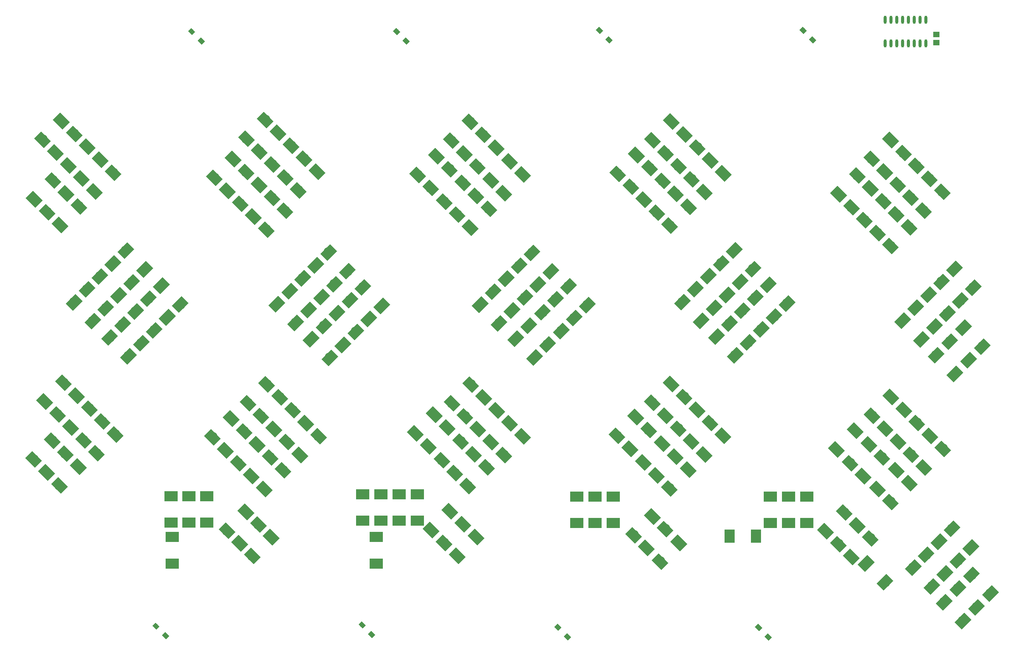
<source format=gbr>
%TF.GenerationSoftware,KiCad,Pcbnew,(5.1.4)-1*%
%TF.CreationDate,2019-12-28T21:17:41+08:00*%
%TF.ProjectId,LPF,4c50462e-6b69-4636-9164-5f7063625858,rev?*%
%TF.SameCoordinates,Original*%
%TF.FileFunction,Paste,Bot*%
%TF.FilePolarity,Positive*%
%FSLAX46Y46*%
G04 Gerber Fmt 4.6, Leading zero omitted, Abs format (unit mm)*
G04 Created by KiCad (PCBNEW (5.1.4)-1) date 2019-12-28 21:17:41*
%MOMM*%
%LPD*%
G04 APERTURE LIST*
%ADD10C,2.200000*%
%ADD11C,0.350000*%
%ADD12R,2.200000X3.000000*%
%ADD13R,3.000000X2.200000*%
%ADD14O,0.600000X1.800000*%
%ADD15C,1.000000*%
%ADD16R,1.470000X1.160000*%
G04 APERTURE END LIST*
D10*
X193449390Y-148949390D03*
D11*
G36*
X195287868Y-148666547D02*
G01*
X193166547Y-150787868D01*
X191610912Y-149232233D01*
X193732233Y-147110912D01*
X195287868Y-148666547D01*
X195287868Y-148666547D01*
G37*
D10*
X197550610Y-153050610D03*
D11*
G36*
X199389088Y-152767767D02*
G01*
X197267767Y-154889088D01*
X195712132Y-153333453D01*
X197833453Y-151212132D01*
X199389088Y-152767767D01*
X199389088Y-152767767D01*
G37*
D10*
X174550610Y-150550610D03*
D11*
G36*
X176389088Y-150267767D02*
G01*
X174267767Y-152389088D01*
X172712132Y-150833453D01*
X174833453Y-148712132D01*
X176389088Y-150267767D01*
X176389088Y-150267767D01*
G37*
D10*
X170449390Y-146449390D03*
D11*
G36*
X172287868Y-146166547D02*
G01*
X170166547Y-148287868D01*
X168610912Y-146732233D01*
X170732233Y-144610912D01*
X172287868Y-146166547D01*
X172287868Y-146166547D01*
G37*
D12*
X140600000Y-140500000D03*
X146400000Y-140500000D03*
D13*
X60500000Y-131350000D03*
X60500000Y-137150000D03*
D10*
X129550610Y-141949390D03*
D11*
G36*
X129267767Y-140110912D02*
G01*
X131389088Y-142232233D01*
X129833453Y-143787868D01*
X127712132Y-141666547D01*
X129267767Y-140110912D01*
X129267767Y-140110912D01*
G37*
D10*
X125449390Y-146050610D03*
D11*
G36*
X125166547Y-144212132D02*
G01*
X127287868Y-146333453D01*
X125732233Y-147889088D01*
X123610912Y-145767767D01*
X125166547Y-144212132D01*
X125166547Y-144212132D01*
G37*
D10*
X126550610Y-138949390D03*
D11*
G36*
X126267767Y-137110912D02*
G01*
X128389088Y-139232233D01*
X126833453Y-140787868D01*
X124712132Y-138666547D01*
X126267767Y-137110912D01*
X126267767Y-137110912D01*
G37*
D10*
X122449390Y-143050610D03*
D11*
G36*
X122166547Y-141212132D02*
G01*
X124287868Y-143333453D01*
X122732233Y-144889088D01*
X120610912Y-142767767D01*
X122166547Y-141212132D01*
X122166547Y-141212132D01*
G37*
D10*
X191550610Y-159050610D03*
D11*
G36*
X193389088Y-158767767D02*
G01*
X191267767Y-160889088D01*
X189712132Y-159333453D01*
X191833453Y-157212132D01*
X193389088Y-158767767D01*
X193389088Y-158767767D01*
G37*
D10*
X187449390Y-154949390D03*
D11*
G36*
X189287868Y-154666547D02*
G01*
X187166547Y-156787868D01*
X185610912Y-155232233D01*
X187732233Y-153110912D01*
X189287868Y-154666547D01*
X189287868Y-154666547D01*
G37*
D10*
X168050610Y-117449390D03*
D11*
G36*
X168333453Y-119287868D02*
G01*
X166212132Y-117166547D01*
X167767767Y-115610912D01*
X169889088Y-117732233D01*
X168333453Y-119287868D01*
X168333453Y-119287868D01*
G37*
D10*
X163949390Y-121550610D03*
D11*
G36*
X164232233Y-123389088D02*
G01*
X162110912Y-121267767D01*
X163666547Y-119712132D01*
X165787868Y-121833453D01*
X164232233Y-123389088D01*
X164232233Y-123389088D01*
G37*
D10*
X169777817Y-127379037D03*
D11*
G36*
X170060660Y-129217515D02*
G01*
X167939339Y-127096194D01*
X169494974Y-125540559D01*
X171616295Y-127661880D01*
X170060660Y-129217515D01*
X170060660Y-129217515D01*
G37*
D10*
X173879037Y-123277817D03*
D11*
G36*
X174161880Y-125116295D02*
G01*
X172040559Y-122994974D01*
X173596194Y-121439339D01*
X175717515Y-123560660D01*
X174161880Y-125116295D01*
X174161880Y-125116295D01*
G37*
D10*
X166949390Y-124550610D03*
D11*
G36*
X167232233Y-126389088D02*
G01*
X165110912Y-124267767D01*
X166666547Y-122712132D01*
X168787868Y-124833453D01*
X167232233Y-126389088D01*
X167232233Y-126389088D01*
G37*
D10*
X171050610Y-120449390D03*
D11*
G36*
X171333453Y-122287868D02*
G01*
X169212132Y-120166547D01*
X170767767Y-118610912D01*
X172889088Y-120732233D01*
X171333453Y-122287868D01*
X171333453Y-122287868D01*
G37*
D10*
X195800610Y-99050610D03*
D11*
G36*
X197639088Y-98767767D02*
G01*
X195517767Y-100889088D01*
X193962132Y-99333453D01*
X196083453Y-97212132D01*
X197639088Y-98767767D01*
X197639088Y-98767767D01*
G37*
D10*
X191699390Y-94949390D03*
D11*
G36*
X193537868Y-94666547D02*
G01*
X191416547Y-96787868D01*
X189860912Y-95232233D01*
X191982233Y-93110912D01*
X193537868Y-94666547D01*
X193537868Y-94666547D01*
G37*
D10*
X192800610Y-102050610D03*
D11*
G36*
X194639088Y-101767767D02*
G01*
X192517767Y-103889088D01*
X190962132Y-102333453D01*
X193083453Y-100212132D01*
X194639088Y-101767767D01*
X194639088Y-101767767D01*
G37*
D10*
X188699390Y-97949390D03*
D11*
G36*
X190537868Y-97666547D02*
G01*
X188416547Y-99787868D01*
X186860912Y-98232233D01*
X188982233Y-96110912D01*
X190537868Y-97666547D01*
X190537868Y-97666547D01*
G37*
D10*
X172909545Y-74250357D03*
D11*
G36*
X173192388Y-76088835D02*
G01*
X171071067Y-73967514D01*
X172626702Y-72411879D01*
X174748023Y-74533200D01*
X173192388Y-76088835D01*
X173192388Y-76088835D01*
G37*
D10*
X177010765Y-70149137D03*
D11*
G36*
X177293608Y-71987615D02*
G01*
X175172287Y-69866294D01*
X176727922Y-68310659D01*
X178849243Y-70431980D01*
X177293608Y-71987615D01*
X177293608Y-71987615D01*
G37*
D10*
X175737972Y-77078785D03*
D11*
G36*
X176020815Y-78917263D02*
G01*
X173899494Y-76795942D01*
X175455129Y-75240307D01*
X177576450Y-77361628D01*
X176020815Y-78917263D01*
X176020815Y-78917263D01*
G37*
D10*
X179839192Y-72977565D03*
D11*
G36*
X180122035Y-74816043D02*
G01*
X178000714Y-72694722D01*
X179556349Y-71139087D01*
X181677670Y-73260408D01*
X180122035Y-74816043D01*
X180122035Y-74816043D01*
G37*
D10*
X164424264Y-65765076D03*
D11*
G36*
X164707107Y-67603554D02*
G01*
X162585786Y-65482233D01*
X164141421Y-63926598D01*
X166262742Y-66047919D01*
X164707107Y-67603554D01*
X164707107Y-67603554D01*
G37*
D10*
X168525484Y-61663856D03*
D11*
G36*
X168808327Y-63502334D02*
G01*
X166687006Y-61381013D01*
X168242641Y-59825378D01*
X170363962Y-61946699D01*
X168808327Y-63502334D01*
X168808327Y-63502334D01*
G37*
D10*
X170081118Y-71421930D03*
D11*
G36*
X170363961Y-73260408D02*
G01*
X168242640Y-71139087D01*
X169798275Y-69583452D01*
X171919596Y-71704773D01*
X170363961Y-73260408D01*
X170363961Y-73260408D01*
G37*
D10*
X174182338Y-67320710D03*
D11*
G36*
X174465181Y-69159188D02*
G01*
X172343860Y-67037867D01*
X173899495Y-65482232D01*
X176020816Y-67603553D01*
X174465181Y-69159188D01*
X174465181Y-69159188D01*
G37*
D10*
X167252691Y-68593503D03*
D11*
G36*
X167535534Y-70431981D02*
G01*
X165414213Y-68310660D01*
X166969848Y-66755025D01*
X169091169Y-68876346D01*
X167535534Y-70431981D01*
X167535534Y-70431981D01*
G37*
D10*
X171353911Y-64492283D03*
D11*
G36*
X171636754Y-66330761D02*
G01*
X169515433Y-64209440D01*
X171071068Y-62653805D01*
X173192389Y-64775126D01*
X171636754Y-66330761D01*
X171636754Y-66330761D01*
G37*
D10*
X141856065Y-100974338D03*
D11*
G36*
X143694543Y-100691495D02*
G01*
X141573222Y-102812816D01*
X140017587Y-101257181D01*
X142138908Y-99135860D01*
X143694543Y-100691495D01*
X143694543Y-100691495D01*
G37*
D10*
X137754845Y-96873118D03*
D11*
G36*
X139593323Y-96590275D02*
G01*
X137472002Y-98711596D01*
X135916367Y-97155961D01*
X138037688Y-95034640D01*
X139593323Y-96590275D01*
X139593323Y-96590275D01*
G37*
D10*
X153169775Y-89660630D03*
D11*
G36*
X155008253Y-89377787D02*
G01*
X152886932Y-91499108D01*
X151331297Y-89943473D01*
X153452618Y-87822152D01*
X155008253Y-89377787D01*
X155008253Y-89377787D01*
G37*
D10*
X149068555Y-85559410D03*
D11*
G36*
X150907033Y-85276567D02*
G01*
X148785712Y-87397888D01*
X147230077Y-85842253D01*
X149351398Y-83720932D01*
X150907033Y-85276567D01*
X150907033Y-85276567D01*
G37*
D10*
X150341348Y-92489057D03*
D11*
G36*
X152179826Y-92206214D02*
G01*
X150058505Y-94327535D01*
X148502870Y-92771900D01*
X150624191Y-90650579D01*
X152179826Y-92206214D01*
X152179826Y-92206214D01*
G37*
D10*
X146240128Y-88387837D03*
D11*
G36*
X148078606Y-88104994D02*
G01*
X145957285Y-90226315D01*
X144401650Y-88670680D01*
X146522971Y-86549359D01*
X148078606Y-88104994D01*
X148078606Y-88104994D01*
G37*
D10*
X147512921Y-95317484D03*
D11*
G36*
X149351399Y-95034641D02*
G01*
X147230078Y-97155962D01*
X145674443Y-95600327D01*
X147795764Y-93479006D01*
X149351399Y-95034641D01*
X149351399Y-95034641D01*
G37*
D10*
X143411701Y-91216264D03*
D11*
G36*
X145250179Y-90933421D02*
G01*
X143128858Y-93054742D01*
X141573223Y-91499107D01*
X143694544Y-89377786D01*
X145250179Y-90933421D01*
X145250179Y-90933421D01*
G37*
D10*
X144684493Y-98145911D03*
D11*
G36*
X146522971Y-97863068D02*
G01*
X144401650Y-99984389D01*
X142846015Y-98428754D01*
X144967336Y-96307433D01*
X146522971Y-97863068D01*
X146522971Y-97863068D01*
G37*
D10*
X140583273Y-94044691D03*
D11*
G36*
X142421751Y-93761848D02*
G01*
X140300430Y-95883169D01*
X138744795Y-94327534D01*
X140866116Y-92206213D01*
X142421751Y-93761848D01*
X142421751Y-93761848D01*
G37*
D10*
X127575021Y-72611270D03*
D11*
G36*
X127857864Y-74449748D02*
G01*
X125736543Y-72328427D01*
X127292178Y-70772792D01*
X129413499Y-72894113D01*
X127857864Y-74449748D01*
X127857864Y-74449748D01*
G37*
D10*
X131676241Y-68510050D03*
D11*
G36*
X131959084Y-70348528D02*
G01*
X129837763Y-68227207D01*
X131393398Y-66671572D01*
X133514719Y-68792893D01*
X131959084Y-70348528D01*
X131959084Y-70348528D01*
G37*
D10*
X119089740Y-64125989D03*
D11*
G36*
X119372583Y-65964467D02*
G01*
X117251262Y-63843146D01*
X118806897Y-62287511D01*
X120928218Y-64408832D01*
X119372583Y-65964467D01*
X119372583Y-65964467D01*
G37*
D10*
X123190960Y-60024769D03*
D11*
G36*
X123473803Y-61863247D02*
G01*
X121352482Y-59741926D01*
X122908117Y-58186291D01*
X125029438Y-60307612D01*
X123473803Y-61863247D01*
X123473803Y-61863247D01*
G37*
D10*
X121918167Y-66954416D03*
D11*
G36*
X122201010Y-68792894D02*
G01*
X120079689Y-66671573D01*
X121635324Y-65115938D01*
X123756645Y-67237259D01*
X122201010Y-68792894D01*
X122201010Y-68792894D01*
G37*
D10*
X126019387Y-62853196D03*
D11*
G36*
X126302230Y-64691674D02*
G01*
X124180909Y-62570353D01*
X125736544Y-61014718D01*
X127857865Y-63136039D01*
X126302230Y-64691674D01*
X126302230Y-64691674D01*
G37*
D10*
X124746594Y-69782843D03*
D11*
G36*
X125029437Y-71621321D02*
G01*
X122908116Y-69500000D01*
X124463751Y-67944365D01*
X126585072Y-70065686D01*
X125029437Y-71621321D01*
X125029437Y-71621321D01*
G37*
D10*
X128847814Y-65681623D03*
D11*
G36*
X129130657Y-67520101D02*
G01*
X127009336Y-65398780D01*
X128564971Y-63843145D01*
X130686292Y-65964466D01*
X129130657Y-67520101D01*
X129130657Y-67520101D01*
G37*
D10*
X124663856Y-127222183D03*
D11*
G36*
X124946699Y-129060661D02*
G01*
X122825378Y-126939340D01*
X124381013Y-125383705D01*
X126502334Y-127505026D01*
X124946699Y-129060661D01*
X124946699Y-129060661D01*
G37*
D10*
X128765076Y-123120963D03*
D11*
G36*
X129047919Y-124959441D02*
G01*
X126926598Y-122838120D01*
X128482233Y-121282485D01*
X130603554Y-123403806D01*
X129047919Y-124959441D01*
X129047919Y-124959441D01*
G37*
D10*
X116052943Y-118550610D03*
D11*
G36*
X116335786Y-120389088D02*
G01*
X114214465Y-118267767D01*
X115770100Y-116712132D01*
X117891421Y-118833453D01*
X116335786Y-120389088D01*
X116335786Y-120389088D01*
G37*
D10*
X120154163Y-114449390D03*
D11*
G36*
X120437006Y-116287868D02*
G01*
X118315685Y-114166547D01*
X119871320Y-112610912D01*
X121992641Y-114732233D01*
X120437006Y-116287868D01*
X120437006Y-116287868D01*
G37*
D10*
X127492283Y-130050610D03*
D11*
G36*
X127775126Y-131889088D02*
G01*
X125653805Y-129767767D01*
X127209440Y-128212132D01*
X129330761Y-130333453D01*
X127775126Y-131889088D01*
X127775126Y-131889088D01*
G37*
D10*
X131593503Y-125949390D03*
D11*
G36*
X131876346Y-127787868D02*
G01*
X129755025Y-125666547D01*
X131310660Y-124110912D01*
X133431981Y-126232233D01*
X131876346Y-127787868D01*
X131876346Y-127787868D01*
G37*
D10*
X118881372Y-121379037D03*
D11*
G36*
X119164215Y-123217515D02*
G01*
X117042894Y-121096194D01*
X118598529Y-119540559D01*
X120719850Y-121661880D01*
X119164215Y-123217515D01*
X119164215Y-123217515D01*
G37*
D10*
X122982592Y-117277817D03*
D11*
G36*
X123265435Y-119116295D02*
G01*
X121144114Y-116994974D01*
X122699749Y-115439339D01*
X124821070Y-117560660D01*
X123265435Y-119116295D01*
X123265435Y-119116295D01*
G37*
D10*
X121835429Y-124393756D03*
D11*
G36*
X122118272Y-126232234D02*
G01*
X119996951Y-124110913D01*
X121552586Y-122555278D01*
X123673907Y-124676599D01*
X122118272Y-126232234D01*
X122118272Y-126232234D01*
G37*
D10*
X125936649Y-120292536D03*
D11*
G36*
X126219492Y-122131014D02*
G01*
X124098171Y-120009693D01*
X125653806Y-118454058D01*
X127775127Y-120575379D01*
X126219492Y-122131014D01*
X126219492Y-122131014D01*
G37*
D10*
X80663856Y-126722183D03*
D11*
G36*
X80946699Y-128560661D02*
G01*
X78825378Y-126439340D01*
X80381013Y-124883705D01*
X82502334Y-127005026D01*
X80946699Y-128560661D01*
X80946699Y-128560661D01*
G37*
D10*
X84765076Y-122620963D03*
D11*
G36*
X85047919Y-124459441D02*
G01*
X82926598Y-122338120D01*
X84482233Y-120782485D01*
X86603554Y-122903806D01*
X85047919Y-124459441D01*
X85047919Y-124459441D01*
G37*
D10*
X72052943Y-118050610D03*
D11*
G36*
X72335786Y-119889088D02*
G01*
X70214465Y-117767767D01*
X71770100Y-116212132D01*
X73891421Y-118333453D01*
X72335786Y-119889088D01*
X72335786Y-119889088D01*
G37*
D10*
X76154163Y-113949390D03*
D11*
G36*
X76437006Y-115787868D02*
G01*
X74315685Y-113666547D01*
X75871320Y-112110912D01*
X77992641Y-114232233D01*
X76437006Y-115787868D01*
X76437006Y-115787868D01*
G37*
D10*
X83492283Y-129550610D03*
D11*
G36*
X83775126Y-131389088D02*
G01*
X81653805Y-129267767D01*
X83209440Y-127712132D01*
X85330761Y-129833453D01*
X83775126Y-131389088D01*
X83775126Y-131389088D01*
G37*
D10*
X87593503Y-125449390D03*
D11*
G36*
X87876346Y-127287868D02*
G01*
X85755025Y-125166547D01*
X87310660Y-123610912D01*
X89431981Y-125732233D01*
X87876346Y-127287868D01*
X87876346Y-127287868D01*
G37*
D10*
X74881372Y-120879037D03*
D11*
G36*
X75164215Y-122717515D02*
G01*
X73042894Y-120596194D01*
X74598529Y-119040559D01*
X76719850Y-121161880D01*
X75164215Y-122717515D01*
X75164215Y-122717515D01*
G37*
D10*
X78982592Y-116777817D03*
D11*
G36*
X79265435Y-118616295D02*
G01*
X77144114Y-116494974D01*
X78699749Y-114939339D01*
X80821070Y-117060660D01*
X79265435Y-118616295D01*
X79265435Y-118616295D01*
G37*
D10*
X77835429Y-123893756D03*
D11*
G36*
X78118272Y-125732234D02*
G01*
X75996951Y-123610913D01*
X77552586Y-122055278D01*
X79673907Y-124176599D01*
X78118272Y-125732234D01*
X78118272Y-125732234D01*
G37*
D10*
X81936649Y-119792536D03*
D11*
G36*
X82219492Y-121631014D02*
G01*
X80098171Y-119509693D01*
X81653806Y-117954058D01*
X83775127Y-120075379D01*
X82219492Y-121631014D01*
X82219492Y-121631014D01*
G37*
D10*
X106722183Y-92836144D03*
D11*
G36*
X108560661Y-92553301D02*
G01*
X106439340Y-94674622D01*
X104883705Y-93118987D01*
X107005026Y-90997666D01*
X108560661Y-92553301D01*
X108560661Y-92553301D01*
G37*
D10*
X102620963Y-88734924D03*
D11*
G36*
X104459441Y-88452081D02*
G01*
X102338120Y-90573402D01*
X100782485Y-89017767D01*
X102903806Y-86896446D01*
X104459441Y-88452081D01*
X104459441Y-88452081D01*
G37*
D10*
X98050610Y-101447057D03*
D11*
G36*
X99889088Y-101164214D02*
G01*
X97767767Y-103285535D01*
X96212132Y-101729900D01*
X98333453Y-99608579D01*
X99889088Y-101164214D01*
X99889088Y-101164214D01*
G37*
D10*
X93949390Y-97345837D03*
D11*
G36*
X95787868Y-97062994D02*
G01*
X93666547Y-99184315D01*
X92110912Y-97628680D01*
X94232233Y-95507359D01*
X95787868Y-97062994D01*
X95787868Y-97062994D01*
G37*
D10*
X109550610Y-90007717D03*
D11*
G36*
X111389088Y-89724874D02*
G01*
X109267767Y-91846195D01*
X107712132Y-90290560D01*
X109833453Y-88169239D01*
X111389088Y-89724874D01*
X111389088Y-89724874D01*
G37*
D10*
X105449390Y-85906497D03*
D11*
G36*
X107287868Y-85623654D02*
G01*
X105166547Y-87744975D01*
X103610912Y-86189340D01*
X105732233Y-84068019D01*
X107287868Y-85623654D01*
X107287868Y-85623654D01*
G37*
D10*
X100879037Y-98618628D03*
D11*
G36*
X102717515Y-98335785D02*
G01*
X100596194Y-100457106D01*
X99040559Y-98901471D01*
X101161880Y-96780150D01*
X102717515Y-98335785D01*
X102717515Y-98335785D01*
G37*
D10*
X96777817Y-94517408D03*
D11*
G36*
X98616295Y-94234565D02*
G01*
X96494974Y-96355886D01*
X94939339Y-94800251D01*
X97060660Y-92678930D01*
X98616295Y-94234565D01*
X98616295Y-94234565D01*
G37*
D10*
X103893756Y-95664571D03*
D11*
G36*
X105732234Y-95381728D02*
G01*
X103610913Y-97503049D01*
X102055278Y-95947414D01*
X104176599Y-93826093D01*
X105732234Y-95381728D01*
X105732234Y-95381728D01*
G37*
D10*
X99792536Y-91563351D03*
D11*
G36*
X101631014Y-91280508D02*
G01*
X99509693Y-93401829D01*
X97954058Y-91846194D01*
X100075379Y-89724873D01*
X101631014Y-91280508D01*
X101631014Y-91280508D01*
G37*
D10*
X81163856Y-70222183D03*
D11*
G36*
X81446699Y-72060661D02*
G01*
X79325378Y-69939340D01*
X80881013Y-68383705D01*
X83002334Y-70505026D01*
X81446699Y-72060661D01*
X81446699Y-72060661D01*
G37*
D10*
X85265076Y-66120963D03*
D11*
G36*
X85547919Y-67959441D02*
G01*
X83426598Y-65838120D01*
X84982233Y-64282485D01*
X87103554Y-66403806D01*
X85547919Y-67959441D01*
X85547919Y-67959441D01*
G37*
D10*
X72552943Y-61550610D03*
D11*
G36*
X72835786Y-63389088D02*
G01*
X70714465Y-61267767D01*
X72270100Y-59712132D01*
X74391421Y-61833453D01*
X72835786Y-63389088D01*
X72835786Y-63389088D01*
G37*
D10*
X76654163Y-57449390D03*
D11*
G36*
X76937006Y-59287868D02*
G01*
X74815685Y-57166547D01*
X76371320Y-55610912D01*
X78492641Y-57732233D01*
X76937006Y-59287868D01*
X76937006Y-59287868D01*
G37*
D10*
X83992283Y-73050610D03*
D11*
G36*
X84275126Y-74889088D02*
G01*
X82153805Y-72767767D01*
X83709440Y-71212132D01*
X85830761Y-73333453D01*
X84275126Y-74889088D01*
X84275126Y-74889088D01*
G37*
D10*
X88093503Y-68949390D03*
D11*
G36*
X88376346Y-70787868D02*
G01*
X86255025Y-68666547D01*
X87810660Y-67110912D01*
X89931981Y-69232233D01*
X88376346Y-70787868D01*
X88376346Y-70787868D01*
G37*
D10*
X75381372Y-64379037D03*
D11*
G36*
X75664215Y-66217515D02*
G01*
X73542894Y-64096194D01*
X75098529Y-62540559D01*
X77219850Y-64661880D01*
X75664215Y-66217515D01*
X75664215Y-66217515D01*
G37*
D10*
X79482592Y-60277817D03*
D11*
G36*
X79765435Y-62116295D02*
G01*
X77644114Y-59994974D01*
X79199749Y-58439339D01*
X81321070Y-60560660D01*
X79765435Y-62116295D01*
X79765435Y-62116295D01*
G37*
D10*
X78335429Y-67393756D03*
D11*
G36*
X78618272Y-69232234D02*
G01*
X76496951Y-67110913D01*
X78052586Y-65555278D01*
X80173907Y-67676599D01*
X78618272Y-69232234D01*
X78618272Y-69232234D01*
G37*
D10*
X82436649Y-63292536D03*
D11*
G36*
X82719492Y-65131014D02*
G01*
X80598171Y-63009693D01*
X82153806Y-61454058D01*
X84275127Y-63575379D01*
X82719492Y-65131014D01*
X82719492Y-65131014D01*
G37*
D10*
X85300610Y-140699390D03*
D11*
G36*
X85017767Y-138860912D02*
G01*
X87139088Y-140982233D01*
X85583453Y-142537868D01*
X83462132Y-140416547D01*
X85017767Y-138860912D01*
X85017767Y-138860912D01*
G37*
D10*
X81199390Y-144800610D03*
D11*
G36*
X80916547Y-142962132D02*
G01*
X83037868Y-145083453D01*
X81482233Y-146639088D01*
X79360912Y-144517767D01*
X80916547Y-142962132D01*
X80916547Y-142962132D01*
G37*
D13*
X63500000Y-146500000D03*
X63500000Y-140700000D03*
D10*
X33396089Y-124540202D03*
D11*
G36*
X33678932Y-126378680D02*
G01*
X31557611Y-124257359D01*
X33113246Y-122701724D01*
X35234567Y-124823045D01*
X33678932Y-126378680D01*
X33678932Y-126378680D01*
G37*
D10*
X37497309Y-120438982D03*
D11*
G36*
X37780152Y-122277460D02*
G01*
X35658831Y-120156139D01*
X37214466Y-118600504D01*
X39335787Y-120721825D01*
X37780152Y-122277460D01*
X37780152Y-122277460D01*
G37*
D10*
X36224516Y-127368629D03*
D11*
G36*
X36507359Y-129207107D02*
G01*
X34386038Y-127085786D01*
X35941673Y-125530151D01*
X38062994Y-127651472D01*
X36507359Y-129207107D01*
X36507359Y-129207107D01*
G37*
D10*
X40325736Y-123267409D03*
D11*
G36*
X40608579Y-125105887D02*
G01*
X38487258Y-122984566D01*
X40042893Y-121428931D01*
X42164214Y-123550252D01*
X40608579Y-125105887D01*
X40608579Y-125105887D01*
G37*
D10*
X30567662Y-121711775D03*
D11*
G36*
X30850505Y-123550253D02*
G01*
X28729184Y-121428932D01*
X30284819Y-119873297D01*
X32406140Y-121994618D01*
X30850505Y-123550253D01*
X30850505Y-123550253D01*
G37*
D10*
X34668882Y-117610555D03*
D11*
G36*
X34951725Y-119449033D02*
G01*
X32830404Y-117327712D01*
X34386039Y-115772077D01*
X36507360Y-117893398D01*
X34951725Y-119449033D01*
X34951725Y-119449033D01*
G37*
D10*
X27739235Y-118883348D03*
D11*
G36*
X28022078Y-120721826D02*
G01*
X25900757Y-118600505D01*
X27456392Y-117044870D01*
X29577713Y-119166191D01*
X28022078Y-120721826D01*
X28022078Y-120721826D01*
G37*
D10*
X31840455Y-114782128D03*
D11*
G36*
X32123298Y-116620606D02*
G01*
X30001977Y-114499285D01*
X31557612Y-112943650D01*
X33678933Y-115064971D01*
X32123298Y-116620606D01*
X32123298Y-116620606D01*
G37*
D10*
X39052942Y-130197057D03*
D11*
G36*
X39335785Y-132035535D02*
G01*
X37214464Y-129914214D01*
X38770099Y-128358579D01*
X40891420Y-130479900D01*
X39335785Y-132035535D01*
X39335785Y-132035535D01*
G37*
D10*
X43154162Y-126095837D03*
D11*
G36*
X43437005Y-127934315D02*
G01*
X41315684Y-125812994D01*
X42871319Y-124257359D01*
X44992640Y-126378680D01*
X43437005Y-127934315D01*
X43437005Y-127934315D01*
G37*
D10*
X59040202Y-95853911D03*
D11*
G36*
X60878680Y-95571068D02*
G01*
X58757359Y-97692389D01*
X57201724Y-96136754D01*
X59323045Y-94015433D01*
X60878680Y-95571068D01*
X60878680Y-95571068D01*
G37*
D10*
X54938982Y-91752691D03*
D11*
G36*
X56777460Y-91469848D02*
G01*
X54656139Y-93591169D01*
X53100504Y-92035534D01*
X55221825Y-89914213D01*
X56777460Y-91469848D01*
X56777460Y-91469848D01*
G37*
D10*
X61868629Y-93025484D03*
D11*
G36*
X63707107Y-92742641D02*
G01*
X61585786Y-94863962D01*
X60030151Y-93308327D01*
X62151472Y-91187006D01*
X63707107Y-92742641D01*
X63707107Y-92742641D01*
G37*
D10*
X57767409Y-88924264D03*
D11*
G36*
X59605887Y-88641421D02*
G01*
X57484566Y-90762742D01*
X55928931Y-89207107D01*
X58050252Y-87085786D01*
X59605887Y-88641421D01*
X59605887Y-88641421D01*
G37*
D10*
X56211775Y-98682338D03*
D11*
G36*
X58050253Y-98399495D02*
G01*
X55928932Y-100520816D01*
X54373297Y-98965181D01*
X56494618Y-96843860D01*
X58050253Y-98399495D01*
X58050253Y-98399495D01*
G37*
D10*
X52110555Y-94581118D03*
D11*
G36*
X53949033Y-94298275D02*
G01*
X51827712Y-96419596D01*
X50272077Y-94863961D01*
X52393398Y-92742640D01*
X53949033Y-94298275D01*
X53949033Y-94298275D01*
G37*
D10*
X53383348Y-101510765D03*
D11*
G36*
X55221826Y-101227922D02*
G01*
X53100505Y-103349243D01*
X51544870Y-101793608D01*
X53666191Y-99672287D01*
X55221826Y-101227922D01*
X55221826Y-101227922D01*
G37*
D10*
X49282128Y-97409545D03*
D11*
G36*
X51120606Y-97126702D02*
G01*
X48999285Y-99248023D01*
X47443650Y-97692388D01*
X49564971Y-95571067D01*
X51120606Y-97126702D01*
X51120606Y-97126702D01*
G37*
D10*
X64697057Y-90197058D03*
D11*
G36*
X66535535Y-89914215D02*
G01*
X64414214Y-92035536D01*
X62858579Y-90479901D01*
X64979900Y-88358580D01*
X66535535Y-89914215D01*
X66535535Y-89914215D01*
G37*
D10*
X60595837Y-86095838D03*
D11*
G36*
X62434315Y-85812995D02*
G01*
X60312994Y-87934316D01*
X58757359Y-86378681D01*
X60878680Y-84257360D01*
X62434315Y-85812995D01*
X62434315Y-85812995D01*
G37*
D10*
X30997487Y-64995154D03*
D11*
G36*
X31280330Y-66833632D02*
G01*
X29159009Y-64712311D01*
X30714644Y-63156676D01*
X32835965Y-65277997D01*
X31280330Y-66833632D01*
X31280330Y-66833632D01*
G37*
D10*
X35098707Y-60893934D03*
D11*
G36*
X35381550Y-62732412D02*
G01*
X33260229Y-60611091D01*
X34815864Y-59055456D01*
X36937185Y-61176777D01*
X35381550Y-62732412D01*
X35381550Y-62732412D01*
G37*
D10*
X39482768Y-73480435D03*
D11*
G36*
X39765611Y-75318913D02*
G01*
X37644290Y-73197592D01*
X39199925Y-71641957D01*
X41321246Y-73763278D01*
X39765611Y-75318913D01*
X39765611Y-75318913D01*
G37*
D10*
X43583988Y-69379215D03*
D11*
G36*
X43866831Y-71217693D02*
G01*
X41745510Y-69096372D01*
X43301145Y-67540737D01*
X45422466Y-69662058D01*
X43866831Y-71217693D01*
X43866831Y-71217693D01*
G37*
D10*
X36654340Y-70652008D03*
D11*
G36*
X36937183Y-72490486D02*
G01*
X34815862Y-70369165D01*
X36371497Y-68813530D01*
X38492818Y-70934851D01*
X36937183Y-72490486D01*
X36937183Y-72490486D01*
G37*
D10*
X40755560Y-66550788D03*
D11*
G36*
X41038403Y-68389266D02*
G01*
X38917082Y-66267945D01*
X40472717Y-64712310D01*
X42594038Y-66833631D01*
X41038403Y-68389266D01*
X41038403Y-68389266D01*
G37*
D10*
X33825914Y-67823582D03*
D11*
G36*
X34108757Y-69662060D02*
G01*
X31987436Y-67540739D01*
X33543071Y-65985104D01*
X35664392Y-68106425D01*
X34108757Y-69662060D01*
X34108757Y-69662060D01*
G37*
D10*
X37927134Y-63722362D03*
D11*
G36*
X38209977Y-65560840D02*
G01*
X36088656Y-63439519D01*
X37644291Y-61883884D01*
X39765612Y-64005205D01*
X38209977Y-65560840D01*
X38209977Y-65560840D01*
G37*
D10*
X28169060Y-62166727D03*
D11*
G36*
X28451903Y-64005205D02*
G01*
X26330582Y-61883884D01*
X27886217Y-60328249D01*
X30007538Y-62449570D01*
X28451903Y-64005205D01*
X28451903Y-64005205D01*
G37*
D10*
X32270280Y-58065507D03*
D11*
G36*
X32553123Y-59903985D02*
G01*
X30431802Y-57782664D01*
X31987437Y-56227029D01*
X34108758Y-58348350D01*
X32553123Y-59903985D01*
X32553123Y-59903985D01*
G37*
D13*
X19000000Y-146500000D03*
X19000000Y-140700000D03*
X18750000Y-131794544D03*
X18750000Y-137594544D03*
D10*
X-8457464Y-126557969D03*
D11*
G36*
X-8174621Y-128396447D02*
G01*
X-10295942Y-126275126D01*
X-8740307Y-124719491D01*
X-6618986Y-126840812D01*
X-8174621Y-128396447D01*
X-8174621Y-128396447D01*
G37*
D10*
X-4356244Y-122456749D03*
D11*
G36*
X-4073401Y-124295227D02*
G01*
X-6194722Y-122173906D01*
X-4639087Y-120618271D01*
X-2517766Y-122739592D01*
X-4073401Y-124295227D01*
X-4073401Y-124295227D01*
G37*
D10*
X-5629037Y-129386397D03*
D11*
G36*
X-5346194Y-131224875D02*
G01*
X-7467515Y-129103554D01*
X-5911880Y-127547919D01*
X-3790559Y-129669240D01*
X-5346194Y-131224875D01*
X-5346194Y-131224875D01*
G37*
D10*
X-1527817Y-125285177D03*
D11*
G36*
X-1244974Y-127123655D02*
G01*
X-3366295Y-125002334D01*
X-1810660Y-123446699D01*
X310661Y-125568020D01*
X-1244974Y-127123655D01*
X-1244974Y-127123655D01*
G37*
D10*
X-11285891Y-123729542D03*
D11*
G36*
X-11003048Y-125568020D02*
G01*
X-13124369Y-123446699D01*
X-11568734Y-121891064D01*
X-9447413Y-124012385D01*
X-11003048Y-125568020D01*
X-11003048Y-125568020D01*
G37*
D10*
X-7184671Y-119628322D03*
D11*
G36*
X-6901828Y-121466800D02*
G01*
X-9023149Y-119345479D01*
X-7467514Y-117789844D01*
X-5346193Y-119911165D01*
X-6901828Y-121466800D01*
X-6901828Y-121466800D01*
G37*
D10*
X17884241Y-92681445D03*
D11*
G36*
X19722719Y-92398602D02*
G01*
X17601398Y-94519923D01*
X16045763Y-92964288D01*
X18167084Y-90842967D01*
X19722719Y-92398602D01*
X19722719Y-92398602D01*
G37*
D10*
X13783021Y-88580225D03*
D11*
G36*
X15621499Y-88297382D02*
G01*
X13500178Y-90418703D01*
X11944543Y-88863068D01*
X14065864Y-86741747D01*
X15621499Y-88297382D01*
X15621499Y-88297382D01*
G37*
D10*
X20712668Y-89853018D03*
D11*
G36*
X22551146Y-89570175D02*
G01*
X20429825Y-91691496D01*
X18874190Y-90135861D01*
X20995511Y-88014540D01*
X22551146Y-89570175D01*
X22551146Y-89570175D01*
G37*
D10*
X16611448Y-85751798D03*
D11*
G36*
X18449926Y-85468955D02*
G01*
X16328605Y-87590276D01*
X14772970Y-86034641D01*
X16894291Y-83913320D01*
X18449926Y-85468955D01*
X18449926Y-85468955D01*
G37*
D10*
X15055814Y-95509872D03*
D11*
G36*
X16894292Y-95227029D02*
G01*
X14772971Y-97348350D01*
X13217336Y-95792715D01*
X15338657Y-93671394D01*
X16894292Y-95227029D01*
X16894292Y-95227029D01*
G37*
D10*
X10954594Y-91408652D03*
D11*
G36*
X12793072Y-91125809D02*
G01*
X10671751Y-93247130D01*
X9116116Y-91691495D01*
X11237437Y-89570174D01*
X12793072Y-91125809D01*
X12793072Y-91125809D01*
G37*
D10*
X12227386Y-98338299D03*
D11*
G36*
X14065864Y-98055456D02*
G01*
X11944543Y-100176777D01*
X10388908Y-98621142D01*
X12510229Y-96499821D01*
X14065864Y-98055456D01*
X14065864Y-98055456D01*
G37*
D10*
X8126166Y-94237079D03*
D11*
G36*
X9964644Y-93954236D02*
G01*
X7843323Y-96075557D01*
X6287688Y-94519922D01*
X8409009Y-92398601D01*
X9964644Y-93954236D01*
X9964644Y-93954236D01*
G37*
D10*
X9398960Y-101166727D03*
D11*
G36*
X11237438Y-100883884D02*
G01*
X9116117Y-103005205D01*
X7560482Y-101449570D01*
X9681803Y-99328249D01*
X11237438Y-100883884D01*
X11237438Y-100883884D01*
G37*
D10*
X5297740Y-97065507D03*
D11*
G36*
X7136218Y-96782664D02*
G01*
X5014897Y-98903985D01*
X3459262Y-97348350D01*
X5580583Y-95227029D01*
X7136218Y-96782664D01*
X7136218Y-96782664D01*
G37*
D10*
X-8338299Y-69677134D03*
D11*
G36*
X-8055456Y-71515612D02*
G01*
X-10176777Y-69394291D01*
X-8621142Y-67838656D01*
X-6499821Y-69959977D01*
X-8055456Y-71515612D01*
X-8055456Y-71515612D01*
G37*
D10*
X-4237079Y-65575914D03*
D11*
G36*
X-3954236Y-67414392D02*
G01*
X-6075557Y-65293071D01*
X-4519922Y-63737436D01*
X-2398601Y-65858757D01*
X-3954236Y-67414392D01*
X-3954236Y-67414392D01*
G37*
D10*
X-5509872Y-72505561D03*
D11*
G36*
X-5227029Y-74344039D02*
G01*
X-7348350Y-72222718D01*
X-5792715Y-70667083D01*
X-3671394Y-72788404D01*
X-5227029Y-74344039D01*
X-5227029Y-74344039D01*
G37*
D10*
X-1408652Y-68404341D03*
D11*
G36*
X-1125809Y-70242819D02*
G01*
X-3247130Y-68121498D01*
X-1691495Y-66565863D01*
X429826Y-68687184D01*
X-1125809Y-70242819D01*
X-1125809Y-70242819D01*
G37*
D10*
X-11166727Y-66848707D03*
D11*
G36*
X-10883884Y-68687185D02*
G01*
X-13005205Y-66565864D01*
X-11449570Y-65010229D01*
X-9328249Y-67131550D01*
X-10883884Y-68687185D01*
X-10883884Y-68687185D01*
G37*
D10*
X-7065507Y-62747487D03*
D11*
G36*
X-6782664Y-64585965D02*
G01*
X-8903985Y-62464644D01*
X-7348350Y-60909009D01*
X-5227029Y-63030330D01*
X-6782664Y-64585965D01*
X-6782664Y-64585965D01*
G37*
D14*
X174555000Y-32850000D03*
X175825000Y-32850000D03*
X177095000Y-32850000D03*
X178365000Y-32850000D03*
X179635000Y-32850000D03*
X180905000Y-32850000D03*
X182175000Y-32850000D03*
X183445000Y-32850000D03*
X183445000Y-27650000D03*
X182175000Y-27650000D03*
X180905000Y-27650000D03*
X179635000Y-27650000D03*
X178365000Y-27650000D03*
X177095000Y-27650000D03*
X175825000Y-27650000D03*
X174555000Y-27650000D03*
D15*
X158792983Y-32042983D03*
D11*
G36*
X157997488Y-31954595D02*
G01*
X158704595Y-31247488D01*
X159588478Y-32131371D01*
X158881371Y-32838478D01*
X157997488Y-31954595D01*
X157997488Y-31954595D01*
G37*
D15*
X156707017Y-29957017D03*
D11*
G36*
X155911522Y-29868629D02*
G01*
X156618629Y-29161522D01*
X157502512Y-30045405D01*
X156795405Y-30752512D01*
X155911522Y-29868629D01*
X155911522Y-29868629D01*
G37*
D15*
X114292983Y-32042983D03*
D11*
G36*
X113497488Y-31954595D02*
G01*
X114204595Y-31247488D01*
X115088478Y-32131371D01*
X114381371Y-32838478D01*
X113497488Y-31954595D01*
X113497488Y-31954595D01*
G37*
D15*
X112207017Y-29957017D03*
D11*
G36*
X111411522Y-29868629D02*
G01*
X112118629Y-29161522D01*
X113002512Y-30045405D01*
X112295405Y-30752512D01*
X111411522Y-29868629D01*
X111411522Y-29868629D01*
G37*
D15*
X146957017Y-160457017D03*
D11*
G36*
X147752512Y-160545405D02*
G01*
X147045405Y-161252512D01*
X146161522Y-160368629D01*
X146868629Y-159661522D01*
X147752512Y-160545405D01*
X147752512Y-160545405D01*
G37*
D15*
X149042983Y-162542983D03*
D11*
G36*
X149838478Y-162631371D02*
G01*
X149131371Y-163338478D01*
X148247488Y-162454595D01*
X148954595Y-161747488D01*
X149838478Y-162631371D01*
X149838478Y-162631371D01*
G37*
D15*
X103164034Y-160414034D03*
D11*
G36*
X103959529Y-160502422D02*
G01*
X103252422Y-161209529D01*
X102368539Y-160325646D01*
X103075646Y-159618539D01*
X103959529Y-160502422D01*
X103959529Y-160502422D01*
G37*
D15*
X105250000Y-162500000D03*
D11*
G36*
X106045495Y-162588388D02*
G01*
X105338388Y-163295495D01*
X104454505Y-162411612D01*
X105161612Y-161704505D01*
X106045495Y-162588388D01*
X106045495Y-162588388D01*
G37*
D15*
X70042983Y-32292983D03*
D11*
G36*
X69247488Y-32204595D02*
G01*
X69954595Y-31497488D01*
X70838478Y-32381371D01*
X70131371Y-33088478D01*
X69247488Y-32204595D01*
X69247488Y-32204595D01*
G37*
D15*
X67957017Y-30207017D03*
D11*
G36*
X67161522Y-30118629D02*
G01*
X67868629Y-29411522D01*
X68752512Y-30295405D01*
X68045405Y-31002512D01*
X67161522Y-30118629D01*
X67161522Y-30118629D01*
G37*
D15*
X60414034Y-159914034D03*
D11*
G36*
X61209529Y-160002422D02*
G01*
X60502422Y-160709529D01*
X59618539Y-159825646D01*
X60325646Y-159118539D01*
X61209529Y-160002422D01*
X61209529Y-160002422D01*
G37*
D15*
X62500000Y-162000000D03*
D11*
G36*
X63295495Y-162088388D02*
G01*
X62588388Y-162795495D01*
X61704505Y-161911612D01*
X62411612Y-161204505D01*
X63295495Y-162088388D01*
X63295495Y-162088388D01*
G37*
D15*
X25292983Y-32292983D03*
D11*
G36*
X24497488Y-32204595D02*
G01*
X25204595Y-31497488D01*
X26088478Y-32381371D01*
X25381371Y-33088478D01*
X24497488Y-32204595D01*
X24497488Y-32204595D01*
G37*
D15*
X23207017Y-30207017D03*
D11*
G36*
X22411522Y-30118629D02*
G01*
X23118629Y-29411522D01*
X24002512Y-30295405D01*
X23295405Y-31002512D01*
X22411522Y-30118629D01*
X22411522Y-30118629D01*
G37*
D15*
X15414034Y-160164034D03*
D11*
G36*
X16209529Y-160252422D02*
G01*
X15502422Y-160959529D01*
X14618539Y-160075646D01*
X15325646Y-159368539D01*
X16209529Y-160252422D01*
X16209529Y-160252422D01*
G37*
D15*
X17500000Y-162250000D03*
D11*
G36*
X18295495Y-162338388D02*
G01*
X17588388Y-163045495D01*
X16704505Y-162161612D01*
X17411612Y-161454505D01*
X18295495Y-162338388D01*
X18295495Y-162338388D01*
G37*
D10*
X193293251Y-142986902D03*
D11*
G36*
X191454773Y-143269745D02*
G01*
X193576094Y-141148424D01*
X195131729Y-142704059D01*
X193010408Y-144825380D01*
X191454773Y-143269745D01*
X191454773Y-143269745D01*
G37*
D10*
X189192031Y-138885682D03*
D11*
G36*
X187353553Y-139168525D02*
G01*
X189474874Y-137047204D01*
X191030509Y-138602839D01*
X188909188Y-140724160D01*
X187353553Y-139168525D01*
X187353553Y-139168525D01*
G37*
D10*
X190464824Y-145815329D03*
D11*
G36*
X188626346Y-146098172D02*
G01*
X190747667Y-143976851D01*
X192303302Y-145532486D01*
X190181981Y-147653807D01*
X188626346Y-146098172D01*
X188626346Y-146098172D01*
G37*
D10*
X186363604Y-141714109D03*
D11*
G36*
X184525126Y-141996952D02*
G01*
X186646447Y-139875631D01*
X188202082Y-141431266D01*
X186080761Y-143552587D01*
X184525126Y-141996952D01*
X184525126Y-141996952D01*
G37*
D10*
X187636396Y-148643756D03*
D11*
G36*
X185797918Y-148926599D02*
G01*
X187919239Y-146805278D01*
X189474874Y-148360913D01*
X187353553Y-150482234D01*
X185797918Y-148926599D01*
X185797918Y-148926599D01*
G37*
D10*
X183535176Y-144542536D03*
D11*
G36*
X181696698Y-144825379D02*
G01*
X183818019Y-142704058D01*
X185373654Y-144259693D01*
X183252333Y-146381014D01*
X181696698Y-144825379D01*
X181696698Y-144825379D01*
G37*
D10*
X184807969Y-151472183D03*
D11*
G36*
X182969491Y-151755026D02*
G01*
X185090812Y-149633705D01*
X186646447Y-151189340D01*
X184525126Y-153310661D01*
X182969491Y-151755026D01*
X182969491Y-151755026D01*
G37*
D10*
X180706749Y-147370963D03*
D11*
G36*
X178868271Y-147653806D02*
G01*
X180989592Y-145532485D01*
X182545227Y-147088120D01*
X180423906Y-149209441D01*
X178868271Y-147653806D01*
X178868271Y-147653806D01*
G37*
D10*
X190449390Y-151949390D03*
D11*
G36*
X192287868Y-151666547D02*
G01*
X190166547Y-153787868D01*
X188610912Y-152232233D01*
X190732233Y-150110912D01*
X192287868Y-151666547D01*
X192287868Y-151666547D01*
G37*
D10*
X194550610Y-156050610D03*
D11*
G36*
X196389088Y-155767767D02*
G01*
X194267767Y-157889088D01*
X192712132Y-156333453D01*
X194833453Y-154212132D01*
X196389088Y-155767767D01*
X196389088Y-155767767D01*
G37*
D10*
X177025484Y-126085429D03*
D11*
G36*
X177308327Y-127923907D02*
G01*
X175187006Y-125802586D01*
X176742641Y-124246951D01*
X178863962Y-126368272D01*
X177308327Y-127923907D01*
X177308327Y-127923907D01*
G37*
D10*
X172924264Y-130186649D03*
D11*
G36*
X173207107Y-132025127D02*
G01*
X171085786Y-129903806D01*
X172641421Y-128348171D01*
X174762742Y-130469492D01*
X173207107Y-132025127D01*
X173207107Y-132025127D01*
G37*
D10*
X179853911Y-128913856D03*
D11*
G36*
X180136754Y-130752334D02*
G01*
X178015433Y-128631013D01*
X179571068Y-127075378D01*
X181692389Y-129196699D01*
X180136754Y-130752334D01*
X180136754Y-130752334D01*
G37*
D10*
X175752691Y-133015076D03*
D11*
G36*
X176035534Y-134853554D02*
G01*
X173914213Y-132732233D01*
X175469848Y-131176598D01*
X177591169Y-133297919D01*
X176035534Y-134853554D01*
X176035534Y-134853554D01*
G37*
D10*
X183067662Y-125507717D03*
D11*
G36*
X182784819Y-123669239D02*
G01*
X184906140Y-125790560D01*
X183350505Y-127346195D01*
X181229184Y-125224874D01*
X182784819Y-123669239D01*
X182784819Y-123669239D01*
G37*
D10*
X187168882Y-121406497D03*
D11*
G36*
X186886039Y-119568019D02*
G01*
X189007360Y-121689340D01*
X187451725Y-123244975D01*
X185330404Y-121123654D01*
X186886039Y-119568019D01*
X186886039Y-119568019D01*
G37*
D10*
X180239235Y-122679290D03*
D11*
G36*
X179956392Y-120840812D02*
G01*
X182077713Y-122962133D01*
X180522078Y-124517768D01*
X178400757Y-122396447D01*
X179956392Y-120840812D01*
X179956392Y-120840812D01*
G37*
D10*
X184340455Y-118578070D03*
D11*
G36*
X184057612Y-116739592D02*
G01*
X186178933Y-118860913D01*
X184623298Y-120416548D01*
X182501977Y-118295227D01*
X184057612Y-116739592D01*
X184057612Y-116739592D01*
G37*
D10*
X177410808Y-119850863D03*
D11*
G36*
X177127965Y-118012385D02*
G01*
X179249286Y-120133706D01*
X177693651Y-121689341D01*
X175572330Y-119568020D01*
X177127965Y-118012385D01*
X177127965Y-118012385D01*
G37*
D10*
X181512028Y-115749643D03*
D11*
G36*
X181229185Y-113911165D02*
G01*
X183350506Y-116032486D01*
X181794871Y-117588121D01*
X179673550Y-115466800D01*
X181229185Y-113911165D01*
X181229185Y-113911165D01*
G37*
D10*
X174582381Y-117022435D03*
D11*
G36*
X174299538Y-115183957D02*
G01*
X176420859Y-117305278D01*
X174865224Y-118860913D01*
X172743903Y-116739592D01*
X174299538Y-115183957D01*
X174299538Y-115183957D01*
G37*
D10*
X178683601Y-112921215D03*
D11*
G36*
X178400758Y-111082737D02*
G01*
X180522079Y-113204058D01*
X178966444Y-114759693D01*
X176845123Y-112638372D01*
X178400758Y-111082737D01*
X178400758Y-111082737D01*
G37*
D10*
X171753954Y-114194008D03*
D11*
G36*
X171471111Y-112355530D02*
G01*
X173592432Y-114476851D01*
X172036797Y-116032486D01*
X169915476Y-113911165D01*
X171471111Y-112355530D01*
X171471111Y-112355530D01*
G37*
D10*
X175855174Y-110092788D03*
D11*
G36*
X175572331Y-108254310D02*
G01*
X177693652Y-110375631D01*
X176138017Y-111931266D01*
X174016696Y-109809945D01*
X175572331Y-108254310D01*
X175572331Y-108254310D01*
G37*
D10*
X185699390Y-100949390D03*
D11*
G36*
X187537868Y-100666547D02*
G01*
X185416547Y-102787868D01*
X183860912Y-101232233D01*
X185982233Y-99110912D01*
X187537868Y-100666547D01*
X187537868Y-100666547D01*
G37*
D10*
X189800610Y-105050610D03*
D11*
G36*
X191639088Y-104767767D02*
G01*
X189517767Y-106889088D01*
X187962132Y-105333453D01*
X190083453Y-103212132D01*
X191639088Y-104767767D01*
X191639088Y-104767767D01*
G37*
D10*
X193823581Y-86191853D03*
D11*
G36*
X191985103Y-86474696D02*
G01*
X194106424Y-84353375D01*
X195662059Y-85909010D01*
X193540738Y-88030331D01*
X191985103Y-86474696D01*
X191985103Y-86474696D01*
G37*
D10*
X189722361Y-82090633D03*
D11*
G36*
X187883883Y-82373476D02*
G01*
X190005204Y-80252155D01*
X191560839Y-81807790D01*
X189439518Y-83929111D01*
X187883883Y-82373476D01*
X187883883Y-82373476D01*
G37*
D10*
X190995154Y-89020280D03*
D11*
G36*
X189156676Y-89303123D02*
G01*
X191277997Y-87181802D01*
X192833632Y-88737437D01*
X190712311Y-90858758D01*
X189156676Y-89303123D01*
X189156676Y-89303123D01*
G37*
D10*
X186893934Y-84919060D03*
D11*
G36*
X185055456Y-85201903D02*
G01*
X187176777Y-83080582D01*
X188732412Y-84636217D01*
X186611091Y-86757538D01*
X185055456Y-85201903D01*
X185055456Y-85201903D01*
G37*
D10*
X188166727Y-91848707D03*
D11*
G36*
X186328249Y-92131550D02*
G01*
X188449570Y-90010229D01*
X190005205Y-91565864D01*
X187883884Y-93687185D01*
X186328249Y-92131550D01*
X186328249Y-92131550D01*
G37*
D10*
X184065507Y-87747487D03*
D11*
G36*
X182227029Y-88030330D02*
G01*
X184348350Y-85909009D01*
X185903985Y-87464644D01*
X183782664Y-89585965D01*
X182227029Y-88030330D01*
X182227029Y-88030330D01*
G37*
D10*
X185338299Y-94677134D03*
D11*
G36*
X183499821Y-94959977D02*
G01*
X185621142Y-92838656D01*
X187176777Y-94394291D01*
X185055456Y-96515612D01*
X183499821Y-94959977D01*
X183499821Y-94959977D01*
G37*
D10*
X181237079Y-90575914D03*
D11*
G36*
X179398601Y-90858757D02*
G01*
X181519922Y-88737436D01*
X183075557Y-90293071D01*
X180954236Y-92414392D01*
X179398601Y-90858757D01*
X179398601Y-90858757D01*
G37*
D10*
X182509872Y-97505561D03*
D11*
G36*
X180671394Y-97788404D02*
G01*
X182792715Y-95667083D01*
X184348350Y-97222718D01*
X182227029Y-99344039D01*
X180671394Y-97788404D01*
X180671394Y-97788404D01*
G37*
D10*
X178408652Y-93404341D03*
D11*
G36*
X176570174Y-93687184D02*
G01*
X178691495Y-91565863D01*
X180247130Y-93121498D01*
X178125809Y-95242819D01*
X176570174Y-93687184D01*
X176570174Y-93687184D01*
G37*
D10*
X182974516Y-69336144D03*
D11*
G36*
X182691673Y-67497666D02*
G01*
X184812994Y-69618987D01*
X183257359Y-71174622D01*
X181136038Y-69053301D01*
X182691673Y-67497666D01*
X182691673Y-67497666D01*
G37*
D10*
X187075736Y-65234924D03*
D11*
G36*
X186792893Y-63396446D02*
G01*
X188914214Y-65517767D01*
X187358579Y-67073402D01*
X185237258Y-64952081D01*
X186792893Y-63396446D01*
X186792893Y-63396446D01*
G37*
D10*
X180146089Y-66507717D03*
D11*
G36*
X179863246Y-64669239D02*
G01*
X181984567Y-66790560D01*
X180428932Y-68346195D01*
X178307611Y-66224874D01*
X179863246Y-64669239D01*
X179863246Y-64669239D01*
G37*
D10*
X184247309Y-62406497D03*
D11*
G36*
X183964466Y-60568019D02*
G01*
X186085787Y-62689340D01*
X184530152Y-64244975D01*
X182408831Y-62123654D01*
X183964466Y-60568019D01*
X183964466Y-60568019D01*
G37*
D10*
X177317662Y-63679290D03*
D11*
G36*
X177034819Y-61840812D02*
G01*
X179156140Y-63962133D01*
X177600505Y-65517768D01*
X175479184Y-63396447D01*
X177034819Y-61840812D01*
X177034819Y-61840812D01*
G37*
D10*
X181418882Y-59578070D03*
D11*
G36*
X181136039Y-57739592D02*
G01*
X183257360Y-59860913D01*
X181701725Y-61416548D01*
X179580404Y-59295227D01*
X181136039Y-57739592D01*
X181136039Y-57739592D01*
G37*
D10*
X174489235Y-60850863D03*
D11*
G36*
X174206392Y-59012385D02*
G01*
X176327713Y-61133706D01*
X174772078Y-62689341D01*
X172650757Y-60568020D01*
X174206392Y-59012385D01*
X174206392Y-59012385D01*
G37*
D10*
X178590455Y-56749643D03*
D11*
G36*
X178307612Y-54911165D02*
G01*
X180428933Y-57032486D01*
X178873298Y-58588121D01*
X176751977Y-56466800D01*
X178307612Y-54911165D01*
X178307612Y-54911165D01*
G37*
D10*
X171660808Y-58022435D03*
D11*
G36*
X171377965Y-56183957D02*
G01*
X173499286Y-58305278D01*
X171943651Y-59860913D01*
X169822330Y-57739592D01*
X171377965Y-56183957D01*
X171377965Y-56183957D01*
G37*
D10*
X175762028Y-53921215D03*
D11*
G36*
X175479185Y-52082737D02*
G01*
X177600506Y-54204058D01*
X176044871Y-55759693D01*
X173923550Y-53638372D01*
X175479185Y-52082737D01*
X175479185Y-52082737D01*
G37*
D10*
X167231876Y-145068377D03*
D11*
G36*
X166949033Y-143229899D02*
G01*
X169070354Y-145351220D01*
X167514719Y-146906855D01*
X165393398Y-144785534D01*
X166949033Y-143229899D01*
X166949033Y-143229899D01*
G37*
D10*
X171333096Y-140967157D03*
D11*
G36*
X171050253Y-139128679D02*
G01*
X173171574Y-141250000D01*
X171615939Y-142805635D01*
X169494618Y-140684314D01*
X171050253Y-139128679D01*
X171050253Y-139128679D01*
G37*
D10*
X164403448Y-142239950D03*
D11*
G36*
X164120605Y-140401472D02*
G01*
X166241926Y-142522793D01*
X164686291Y-144078428D01*
X162564970Y-141957107D01*
X164120605Y-140401472D01*
X164120605Y-140401472D01*
G37*
D10*
X168504668Y-138138730D03*
D11*
G36*
X168221825Y-136300252D02*
G01*
X170343146Y-138421573D01*
X168787511Y-139977208D01*
X166666190Y-137855887D01*
X168221825Y-136300252D01*
X168221825Y-136300252D01*
G37*
D10*
X161575021Y-139411523D03*
D11*
G36*
X161292178Y-137573045D02*
G01*
X163413499Y-139694366D01*
X161857864Y-141250001D01*
X159736543Y-139128680D01*
X161292178Y-137573045D01*
X161292178Y-137573045D01*
G37*
D10*
X165676241Y-135310303D03*
D11*
G36*
X165393398Y-133471825D02*
G01*
X167514719Y-135593146D01*
X165959084Y-137148781D01*
X163837763Y-135027460D01*
X165393398Y-133471825D01*
X165393398Y-133471825D01*
G37*
D13*
X157500000Y-137650000D03*
X157500000Y-131850000D03*
X153500000Y-137650000D03*
X153500000Y-131850000D03*
X149518660Y-137650000D03*
X149518660Y-131850000D03*
D10*
X135086322Y-122659367D03*
D11*
G36*
X134803479Y-120820889D02*
G01*
X136924800Y-122942210D01*
X135369165Y-124497845D01*
X133247844Y-122376524D01*
X134803479Y-120820889D01*
X134803479Y-120820889D01*
G37*
D10*
X139187542Y-118558147D03*
D11*
G36*
X138904699Y-116719669D02*
G01*
X141026020Y-118840990D01*
X139470385Y-120396625D01*
X137349064Y-118275304D01*
X138904699Y-116719669D01*
X138904699Y-116719669D01*
G37*
D10*
X132257895Y-119830940D03*
D11*
G36*
X131975052Y-117992462D02*
G01*
X134096373Y-120113783D01*
X132540738Y-121669418D01*
X130419417Y-119548097D01*
X131975052Y-117992462D01*
X131975052Y-117992462D01*
G37*
D10*
X136359115Y-115729720D03*
D11*
G36*
X136076272Y-113891242D02*
G01*
X138197593Y-116012563D01*
X136641958Y-117568198D01*
X134520637Y-115446877D01*
X136076272Y-113891242D01*
X136076272Y-113891242D01*
G37*
D10*
X129429468Y-117002513D03*
D11*
G36*
X129146625Y-115164035D02*
G01*
X131267946Y-117285356D01*
X129712311Y-118840991D01*
X127590990Y-116719670D01*
X129146625Y-115164035D01*
X129146625Y-115164035D01*
G37*
D10*
X133530688Y-112901293D03*
D11*
G36*
X133247845Y-111062815D02*
G01*
X135369166Y-113184136D01*
X133813531Y-114739771D01*
X131692210Y-112618450D01*
X133247845Y-111062815D01*
X133247845Y-111062815D01*
G37*
D10*
X126601040Y-114174086D03*
D11*
G36*
X126318197Y-112335608D02*
G01*
X128439518Y-114456929D01*
X126883883Y-116012564D01*
X124762562Y-113891243D01*
X126318197Y-112335608D01*
X126318197Y-112335608D01*
G37*
D10*
X130702260Y-110072866D03*
D11*
G36*
X130419417Y-108234388D02*
G01*
X132540738Y-110355709D01*
X130985103Y-111911344D01*
X128863782Y-109790023D01*
X130419417Y-108234388D01*
X130419417Y-108234388D01*
G37*
D10*
X123772613Y-111345659D03*
D11*
G36*
X123489770Y-109507181D02*
G01*
X125611091Y-111628502D01*
X124055456Y-113184137D01*
X121934135Y-111062816D01*
X123489770Y-109507181D01*
X123489770Y-109507181D01*
G37*
D10*
X127873833Y-107244439D03*
D11*
G36*
X127590990Y-105405961D02*
G01*
X129712311Y-107527282D01*
X128156676Y-109082917D01*
X126035355Y-106961596D01*
X127590990Y-105405961D01*
X127590990Y-105405961D01*
G37*
D10*
X145745154Y-82126882D03*
D11*
G36*
X143906676Y-82409725D02*
G01*
X146027997Y-80288404D01*
X147583632Y-81844039D01*
X145462311Y-83965360D01*
X143906676Y-82409725D01*
X143906676Y-82409725D01*
G37*
D10*
X141643934Y-78025662D03*
D11*
G36*
X139805456Y-78308505D02*
G01*
X141926777Y-76187184D01*
X143482412Y-77742819D01*
X141361091Y-79864140D01*
X139805456Y-78308505D01*
X139805456Y-78308505D01*
G37*
D10*
X142916727Y-84955309D03*
D11*
G36*
X141078249Y-85238152D02*
G01*
X143199570Y-83116831D01*
X144755205Y-84672466D01*
X142633884Y-86793787D01*
X141078249Y-85238152D01*
X141078249Y-85238152D01*
G37*
D10*
X138815507Y-80854089D03*
D11*
G36*
X136977029Y-81136932D02*
G01*
X139098350Y-79015611D01*
X140653985Y-80571246D01*
X138532664Y-82692567D01*
X136977029Y-81136932D01*
X136977029Y-81136932D01*
G37*
D10*
X140088299Y-87783736D03*
D11*
G36*
X138249821Y-88066579D02*
G01*
X140371142Y-85945258D01*
X141926777Y-87500893D01*
X139805456Y-89622214D01*
X138249821Y-88066579D01*
X138249821Y-88066579D01*
G37*
D10*
X135987079Y-83682516D03*
D11*
G36*
X134148601Y-83965359D02*
G01*
X136269922Y-81844038D01*
X137825557Y-83399673D01*
X135704236Y-85520994D01*
X134148601Y-83965359D01*
X134148601Y-83965359D01*
G37*
D10*
X137259872Y-90612163D03*
D11*
G36*
X135421394Y-90895006D02*
G01*
X137542715Y-88773685D01*
X139098350Y-90329320D01*
X136977029Y-92450641D01*
X135421394Y-90895006D01*
X135421394Y-90895006D01*
G37*
D10*
X133158652Y-86510943D03*
D11*
G36*
X131320174Y-86793786D02*
G01*
X133441495Y-84672465D01*
X134997130Y-86228100D01*
X132875809Y-88349421D01*
X131320174Y-86793786D01*
X131320174Y-86793786D01*
G37*
D10*
X134431445Y-93440590D03*
D11*
G36*
X132592967Y-93723433D02*
G01*
X134714288Y-91602112D01*
X136269923Y-93157747D01*
X134148602Y-95279068D01*
X132592967Y-93723433D01*
X132592967Y-93723433D01*
G37*
D10*
X130330225Y-89339370D03*
D11*
G36*
X128491747Y-89622213D02*
G01*
X130613068Y-87500892D01*
X132168703Y-89056527D01*
X130047382Y-91177848D01*
X128491747Y-89622213D01*
X128491747Y-89622213D01*
G37*
D10*
X129480613Y-59646804D03*
D11*
G36*
X129197770Y-57808326D02*
G01*
X131319091Y-59929647D01*
X129763456Y-61485282D01*
X127642135Y-59363961D01*
X129197770Y-57808326D01*
X129197770Y-57808326D01*
G37*
D10*
X133581833Y-55545584D03*
D11*
G36*
X133298990Y-53707106D02*
G01*
X135420311Y-55828427D01*
X133864676Y-57384062D01*
X131743355Y-55262741D01*
X133298990Y-53707106D01*
X133298990Y-53707106D01*
G37*
D10*
X132309040Y-62475231D03*
D11*
G36*
X132026197Y-60636753D02*
G01*
X134147518Y-62758074D01*
X132591883Y-64313709D01*
X130470562Y-62192388D01*
X132026197Y-60636753D01*
X132026197Y-60636753D01*
G37*
D10*
X136410260Y-58374011D03*
D11*
G36*
X136127417Y-56535533D02*
G01*
X138248738Y-58656854D01*
X136693103Y-60212489D01*
X134571782Y-58091168D01*
X136127417Y-56535533D01*
X136127417Y-56535533D01*
G37*
D10*
X126652186Y-56818377D03*
D11*
G36*
X126369343Y-54979899D02*
G01*
X128490664Y-57101220D01*
X126935029Y-58656855D01*
X124813708Y-56535534D01*
X126369343Y-54979899D01*
X126369343Y-54979899D01*
G37*
D10*
X130753406Y-52717157D03*
D11*
G36*
X130470563Y-50878679D02*
G01*
X132591884Y-53000000D01*
X131036249Y-54555635D01*
X128914928Y-52434314D01*
X130470563Y-50878679D01*
X130470563Y-50878679D01*
G37*
D10*
X123823759Y-53989950D03*
D11*
G36*
X123540916Y-52151472D02*
G01*
X125662237Y-54272793D01*
X124106602Y-55828428D01*
X121985281Y-53707107D01*
X123540916Y-52151472D01*
X123540916Y-52151472D01*
G37*
D10*
X127924979Y-49888730D03*
D11*
G36*
X127642136Y-48050252D02*
G01*
X129763457Y-50171573D01*
X128207822Y-51727208D01*
X126086501Y-49605887D01*
X127642136Y-48050252D01*
X127642136Y-48050252D01*
G37*
D10*
X135137467Y-65303658D03*
D11*
G36*
X134854624Y-63465180D02*
G01*
X136975945Y-65586501D01*
X135420310Y-67142136D01*
X133298989Y-65020815D01*
X134854624Y-63465180D01*
X134854624Y-63465180D01*
G37*
D10*
X139238687Y-61202438D03*
D11*
G36*
X138955844Y-59363960D02*
G01*
X141077165Y-61485281D01*
X139521530Y-63040916D01*
X137400209Y-60919595D01*
X138955844Y-59363960D01*
X138955844Y-59363960D01*
G37*
D10*
X120300610Y-57199390D03*
D11*
G36*
X120583453Y-59037868D02*
G01*
X118462132Y-56916547D01*
X120017767Y-55360912D01*
X122139088Y-57482233D01*
X120583453Y-59037868D01*
X120583453Y-59037868D01*
G37*
D10*
X116199390Y-61300610D03*
D11*
G36*
X116482233Y-63139088D02*
G01*
X114360912Y-61017767D01*
X115916547Y-59462132D01*
X118037868Y-61583453D01*
X116482233Y-63139088D01*
X116482233Y-63139088D01*
G37*
D10*
X119699390Y-140300610D03*
D11*
G36*
X119416547Y-138462132D02*
G01*
X121537868Y-140583453D01*
X119982233Y-142139088D01*
X117860912Y-140017767D01*
X119416547Y-138462132D01*
X119416547Y-138462132D01*
G37*
D10*
X123800610Y-136199390D03*
D11*
G36*
X123517767Y-134360912D02*
G01*
X125639088Y-136482233D01*
X124083453Y-138037868D01*
X121962132Y-135916547D01*
X123517767Y-134360912D01*
X123517767Y-134360912D01*
G37*
D13*
X115250001Y-137650000D03*
X115250001Y-131850000D03*
X111250000Y-137650001D03*
X111250000Y-131850001D03*
X107250000Y-137650000D03*
X107250000Y-131850000D03*
D10*
X91348885Y-122775484D03*
D11*
G36*
X91066042Y-120937006D02*
G01*
X93187363Y-123058327D01*
X91631728Y-124613962D01*
X89510407Y-122492641D01*
X91066042Y-120937006D01*
X91066042Y-120937006D01*
G37*
D10*
X95450105Y-118674264D03*
D11*
G36*
X95167262Y-116835786D02*
G01*
X97288583Y-118957107D01*
X95732948Y-120512742D01*
X93611627Y-118391421D01*
X95167262Y-116835786D01*
X95167262Y-116835786D01*
G37*
D10*
X88520458Y-119947057D03*
D11*
G36*
X88237615Y-118108579D02*
G01*
X90358936Y-120229900D01*
X88803301Y-121785535D01*
X86681980Y-119664214D01*
X88237615Y-118108579D01*
X88237615Y-118108579D01*
G37*
D10*
X92621678Y-115845837D03*
D11*
G36*
X92338835Y-114007359D02*
G01*
X94460156Y-116128680D01*
X92904521Y-117684315D01*
X90783200Y-115562994D01*
X92338835Y-114007359D01*
X92338835Y-114007359D01*
G37*
D10*
X85692031Y-117118629D03*
D11*
G36*
X85409188Y-115280151D02*
G01*
X87530509Y-117401472D01*
X85974874Y-118957107D01*
X83853553Y-116835786D01*
X85409188Y-115280151D01*
X85409188Y-115280151D01*
G37*
D10*
X89793251Y-113017409D03*
D11*
G36*
X89510408Y-111178931D02*
G01*
X91631729Y-113300252D01*
X90076094Y-114855887D01*
X87954773Y-112734566D01*
X89510408Y-111178931D01*
X89510408Y-111178931D01*
G37*
D10*
X82863604Y-114290202D03*
D11*
G36*
X82580761Y-112451724D02*
G01*
X84702082Y-114573045D01*
X83146447Y-116128680D01*
X81025126Y-114007359D01*
X82580761Y-112451724D01*
X82580761Y-112451724D01*
G37*
D10*
X86964824Y-110188982D03*
D11*
G36*
X86681981Y-108350504D02*
G01*
X88803302Y-110471825D01*
X87247667Y-112027460D01*
X85126346Y-109906139D01*
X86681981Y-108350504D01*
X86681981Y-108350504D01*
G37*
D10*
X80035176Y-111461775D03*
D11*
G36*
X79752333Y-109623297D02*
G01*
X81873654Y-111744618D01*
X80318019Y-113300253D01*
X78196698Y-111178932D01*
X79752333Y-109623297D01*
X79752333Y-109623297D01*
G37*
D10*
X84136396Y-107360555D03*
D11*
G36*
X83853553Y-105522077D02*
G01*
X85974874Y-107643398D01*
X84419239Y-109199033D01*
X82297918Y-107077712D01*
X83853553Y-105522077D01*
X83853553Y-105522077D01*
G37*
D10*
X101616474Y-82669775D03*
D11*
G36*
X99777996Y-82952618D02*
G01*
X101899317Y-80831297D01*
X103454952Y-82386932D01*
X101333631Y-84508253D01*
X99777996Y-82952618D01*
X99777996Y-82952618D01*
G37*
D10*
X97515254Y-78568555D03*
D11*
G36*
X95676776Y-78851398D02*
G01*
X97798097Y-76730077D01*
X99353732Y-78285712D01*
X97232411Y-80407033D01*
X95676776Y-78851398D01*
X95676776Y-78851398D01*
G37*
D10*
X98788047Y-85498202D03*
D11*
G36*
X96949569Y-85781045D02*
G01*
X99070890Y-83659724D01*
X100626525Y-85215359D01*
X98505204Y-87336680D01*
X96949569Y-85781045D01*
X96949569Y-85781045D01*
G37*
D10*
X94686827Y-81396982D03*
D11*
G36*
X92848349Y-81679825D02*
G01*
X94969670Y-79558504D01*
X96525305Y-81114139D01*
X94403984Y-83235460D01*
X92848349Y-81679825D01*
X92848349Y-81679825D01*
G37*
D10*
X95959620Y-88326629D03*
D11*
G36*
X94121142Y-88609472D02*
G01*
X96242463Y-86488151D01*
X97798098Y-88043786D01*
X95676777Y-90165107D01*
X94121142Y-88609472D01*
X94121142Y-88609472D01*
G37*
D10*
X91858400Y-84225409D03*
D11*
G36*
X90019922Y-84508252D02*
G01*
X92141243Y-82386931D01*
X93696878Y-83942566D01*
X91575557Y-86063887D01*
X90019922Y-84508252D01*
X90019922Y-84508252D01*
G37*
D10*
X93131193Y-91155056D03*
D11*
G36*
X91292715Y-91437899D02*
G01*
X93414036Y-89316578D01*
X94969671Y-90872213D01*
X92848350Y-92993534D01*
X91292715Y-91437899D01*
X91292715Y-91437899D01*
G37*
D10*
X89029973Y-87053836D03*
D11*
G36*
X87191495Y-87336679D02*
G01*
X89312816Y-85215358D01*
X90868451Y-86770993D01*
X88747130Y-88892314D01*
X87191495Y-87336679D01*
X87191495Y-87336679D01*
G37*
D10*
X90302765Y-93983483D03*
D11*
G36*
X88464287Y-94266326D02*
G01*
X90585608Y-92145005D01*
X92141243Y-93700640D01*
X90019922Y-95821961D01*
X88464287Y-94266326D01*
X88464287Y-94266326D01*
G37*
D10*
X86201545Y-89882263D03*
D11*
G36*
X84363067Y-90165106D02*
G01*
X86484388Y-88043785D01*
X88040023Y-89599420D01*
X85918702Y-91720741D01*
X84363067Y-90165106D01*
X84363067Y-90165106D01*
G37*
D10*
X91345837Y-65550610D03*
D11*
G36*
X91062994Y-63712132D02*
G01*
X93184315Y-65833453D01*
X91628680Y-67389088D01*
X89507359Y-65267767D01*
X91062994Y-63712132D01*
X91062994Y-63712132D01*
G37*
D10*
X95447057Y-61449390D03*
D11*
G36*
X95164214Y-59610912D02*
G01*
X97285535Y-61732233D01*
X95729900Y-63287868D01*
X93608579Y-61166547D01*
X95164214Y-59610912D01*
X95164214Y-59610912D01*
G37*
D10*
X88517409Y-62722183D03*
D11*
G36*
X88234566Y-60883705D02*
G01*
X90355887Y-63005026D01*
X88800252Y-64560661D01*
X86678931Y-62439340D01*
X88234566Y-60883705D01*
X88234566Y-60883705D01*
G37*
D10*
X92618629Y-58620963D03*
D11*
G36*
X92335786Y-56782485D02*
G01*
X94457107Y-58903806D01*
X92901472Y-60459441D01*
X90780151Y-58338120D01*
X92335786Y-56782485D01*
X92335786Y-56782485D01*
G37*
D10*
X85563351Y-59707464D03*
D11*
G36*
X85280508Y-57868986D02*
G01*
X87401829Y-59990307D01*
X85846194Y-61545942D01*
X83724873Y-59424621D01*
X85280508Y-57868986D01*
X85280508Y-57868986D01*
G37*
D10*
X89664571Y-55606244D03*
D11*
G36*
X89381728Y-53767766D02*
G01*
X91503049Y-55889087D01*
X89947414Y-57444722D01*
X87826093Y-55323401D01*
X89381728Y-53767766D01*
X89381728Y-53767766D01*
G37*
D10*
X82734924Y-56879037D03*
D11*
G36*
X82452081Y-55040559D02*
G01*
X84573402Y-57161880D01*
X83017767Y-58717515D01*
X80896446Y-56596194D01*
X82452081Y-55040559D01*
X82452081Y-55040559D01*
G37*
D10*
X86836144Y-52777817D03*
D11*
G36*
X86553301Y-50939339D02*
G01*
X88674622Y-53060660D01*
X87118987Y-54616295D01*
X84997666Y-52494974D01*
X86553301Y-50939339D01*
X86553301Y-50939339D01*
G37*
D10*
X79906497Y-54050610D03*
D11*
G36*
X79623654Y-52212132D02*
G01*
X81744975Y-54333453D01*
X80189340Y-55889088D01*
X78068019Y-53767767D01*
X79623654Y-52212132D01*
X79623654Y-52212132D01*
G37*
D10*
X84007717Y-49949390D03*
D11*
G36*
X83724874Y-48110912D02*
G01*
X85846195Y-50232233D01*
X84290560Y-51787868D01*
X82169239Y-49666547D01*
X83724874Y-48110912D01*
X83724874Y-48110912D01*
G37*
D10*
X78308147Y-141995154D03*
D11*
G36*
X78025304Y-140156676D02*
G01*
X80146625Y-142277997D01*
X78590990Y-143833632D01*
X76469669Y-141712311D01*
X78025304Y-140156676D01*
X78025304Y-140156676D01*
G37*
D10*
X82409367Y-137893934D03*
D11*
G36*
X82126524Y-136055456D02*
G01*
X84247845Y-138176777D01*
X82692210Y-139732412D01*
X80570889Y-137611091D01*
X82126524Y-136055456D01*
X82126524Y-136055456D01*
G37*
D10*
X75479720Y-139166727D03*
D11*
G36*
X75196877Y-137328249D02*
G01*
X77318198Y-139449570D01*
X75762563Y-141005205D01*
X73641242Y-138883884D01*
X75196877Y-137328249D01*
X75196877Y-137328249D01*
G37*
D10*
X79580940Y-135065507D03*
D11*
G36*
X79298097Y-133227029D02*
G01*
X81419418Y-135348350D01*
X79863783Y-136903985D01*
X77742462Y-134782664D01*
X79298097Y-133227029D01*
X79298097Y-133227029D01*
G37*
D13*
X72500000Y-137150000D03*
X72500000Y-131350000D03*
X68500000Y-137150000D03*
X68500000Y-131350000D03*
X64500000Y-137150000D03*
X64500000Y-131350000D03*
D10*
X46820710Y-122732591D03*
D11*
G36*
X46537867Y-120894113D02*
G01*
X48659188Y-123015434D01*
X47103553Y-124571069D01*
X44982232Y-122449748D01*
X46537867Y-120894113D01*
X46537867Y-120894113D01*
G37*
D10*
X50921930Y-118631371D03*
D11*
G36*
X50639087Y-116792893D02*
G01*
X52760408Y-118914214D01*
X51204773Y-120469849D01*
X49083452Y-118348528D01*
X50639087Y-116792893D01*
X50639087Y-116792893D01*
G37*
D10*
X43992283Y-119904163D03*
D11*
G36*
X43709440Y-118065685D02*
G01*
X45830761Y-120187006D01*
X44275126Y-121742641D01*
X42153805Y-119621320D01*
X43709440Y-118065685D01*
X43709440Y-118065685D01*
G37*
D10*
X48093503Y-115802943D03*
D11*
G36*
X47810660Y-113964465D02*
G01*
X49931981Y-116085786D01*
X48376346Y-117641421D01*
X46255025Y-115520100D01*
X47810660Y-113964465D01*
X47810660Y-113964465D01*
G37*
D10*
X41163856Y-117075736D03*
D11*
G36*
X40881013Y-115237258D02*
G01*
X43002334Y-117358579D01*
X41446699Y-118914214D01*
X39325378Y-116792893D01*
X40881013Y-115237258D01*
X40881013Y-115237258D01*
G37*
D10*
X45265076Y-112974516D03*
D11*
G36*
X44982233Y-111136038D02*
G01*
X47103554Y-113257359D01*
X45547919Y-114812994D01*
X43426598Y-112691673D01*
X44982233Y-111136038D01*
X44982233Y-111136038D01*
G37*
D10*
X38335429Y-114247309D03*
D11*
G36*
X38052586Y-112408831D02*
G01*
X40173907Y-114530152D01*
X38618272Y-116085787D01*
X36496951Y-113964466D01*
X38052586Y-112408831D01*
X38052586Y-112408831D01*
G37*
D10*
X42436649Y-110146089D03*
D11*
G36*
X42153806Y-108307611D02*
G01*
X44275127Y-110428932D01*
X42719492Y-111984567D01*
X40598171Y-109863246D01*
X42153806Y-108307611D01*
X42153806Y-108307611D01*
G37*
D10*
X35507002Y-111418882D03*
D11*
G36*
X35224159Y-109580404D02*
G01*
X37345480Y-111701725D01*
X35789845Y-113257360D01*
X33668524Y-111136039D01*
X35224159Y-109580404D01*
X35224159Y-109580404D01*
G37*
D10*
X39608222Y-107317662D03*
D11*
G36*
X39325379Y-105479184D02*
G01*
X41446700Y-107600505D01*
X39891065Y-109156140D01*
X37769744Y-107034819D01*
X39325379Y-105479184D01*
X39325379Y-105479184D01*
G37*
D10*
X57217872Y-82590455D03*
D11*
G36*
X55379394Y-82873298D02*
G01*
X57500715Y-80751977D01*
X59056350Y-82307612D01*
X56935029Y-84428933D01*
X55379394Y-82873298D01*
X55379394Y-82873298D01*
G37*
D10*
X53116652Y-78489235D03*
D11*
G36*
X51278174Y-78772078D02*
G01*
X53399495Y-76650757D01*
X54955130Y-78206392D01*
X52833809Y-80327713D01*
X51278174Y-78772078D01*
X51278174Y-78772078D01*
G37*
D10*
X54389445Y-85418882D03*
D11*
G36*
X52550967Y-85701725D02*
G01*
X54672288Y-83580404D01*
X56227923Y-85136039D01*
X54106602Y-87257360D01*
X52550967Y-85701725D01*
X52550967Y-85701725D01*
G37*
D10*
X50288225Y-81317662D03*
D11*
G36*
X48449747Y-81600505D02*
G01*
X50571068Y-79479184D01*
X52126703Y-81034819D01*
X50005382Y-83156140D01*
X48449747Y-81600505D01*
X48449747Y-81600505D01*
G37*
D10*
X51561018Y-88247309D03*
D11*
G36*
X49722540Y-88530152D02*
G01*
X51843861Y-86408831D01*
X53399496Y-87964466D01*
X51278175Y-90085787D01*
X49722540Y-88530152D01*
X49722540Y-88530152D01*
G37*
D10*
X47459798Y-84146089D03*
D11*
G36*
X45621320Y-84428932D02*
G01*
X47742641Y-82307611D01*
X49298276Y-83863246D01*
X47176955Y-85984567D01*
X45621320Y-84428932D01*
X45621320Y-84428932D01*
G37*
D10*
X48732591Y-91075736D03*
D11*
G36*
X46894113Y-91358579D02*
G01*
X49015434Y-89237258D01*
X50571069Y-90792893D01*
X48449748Y-92914214D01*
X46894113Y-91358579D01*
X46894113Y-91358579D01*
G37*
D10*
X44631371Y-86974516D03*
D11*
G36*
X42792893Y-87257359D02*
G01*
X44914214Y-85136038D01*
X46469849Y-86691673D01*
X44348528Y-88812994D01*
X42792893Y-87257359D01*
X42792893Y-87257359D01*
G37*
D10*
X45904163Y-93904163D03*
D11*
G36*
X44065685Y-94187006D02*
G01*
X46187006Y-92065685D01*
X47742641Y-93621320D01*
X45621320Y-95742641D01*
X44065685Y-94187006D01*
X44065685Y-94187006D01*
G37*
D10*
X41802943Y-89802943D03*
D11*
G36*
X39964465Y-90085786D02*
G01*
X42085786Y-87964465D01*
X43641421Y-89520100D01*
X41520100Y-91641421D01*
X39964465Y-90085786D01*
X39964465Y-90085786D01*
G37*
D10*
X46479720Y-64934493D03*
D11*
G36*
X46196877Y-63096015D02*
G01*
X48318198Y-65217336D01*
X46762563Y-66772971D01*
X44641242Y-64651650D01*
X46196877Y-63096015D01*
X46196877Y-63096015D01*
G37*
D10*
X50580940Y-60833273D03*
D11*
G36*
X50298097Y-58994795D02*
G01*
X52419418Y-61116116D01*
X50863783Y-62671751D01*
X48742462Y-60550430D01*
X50298097Y-58994795D01*
X50298097Y-58994795D01*
G37*
D10*
X43651293Y-62106066D03*
D11*
G36*
X43368450Y-60267588D02*
G01*
X45489771Y-62388909D01*
X43934136Y-63944544D01*
X41812815Y-61823223D01*
X43368450Y-60267588D01*
X43368450Y-60267588D01*
G37*
D10*
X47752513Y-58004846D03*
D11*
G36*
X47469670Y-56166368D02*
G01*
X49590991Y-58287689D01*
X48035356Y-59843324D01*
X45914035Y-57722003D01*
X47469670Y-56166368D01*
X47469670Y-56166368D01*
G37*
D10*
X40822866Y-59277639D03*
D11*
G36*
X40540023Y-57439161D02*
G01*
X42661344Y-59560482D01*
X41105709Y-61116117D01*
X38984388Y-58994796D01*
X40540023Y-57439161D01*
X40540023Y-57439161D01*
G37*
D10*
X44924086Y-55176419D03*
D11*
G36*
X44641243Y-53337941D02*
G01*
X46762564Y-55459262D01*
X45206929Y-57014897D01*
X43085608Y-54893576D01*
X44641243Y-53337941D01*
X44641243Y-53337941D01*
G37*
D10*
X37994439Y-56449212D03*
D11*
G36*
X37711596Y-54610734D02*
G01*
X39832917Y-56732055D01*
X38277282Y-58287690D01*
X36155961Y-56166369D01*
X37711596Y-54610734D01*
X37711596Y-54610734D01*
G37*
D10*
X42095659Y-52347992D03*
D11*
G36*
X41812816Y-50509514D02*
G01*
X43934137Y-52630835D01*
X42378502Y-54186470D01*
X40257181Y-52065149D01*
X41812816Y-50509514D01*
X41812816Y-50509514D01*
G37*
D10*
X35166012Y-53620785D03*
D11*
G36*
X34883169Y-51782307D02*
G01*
X37004490Y-53903628D01*
X35448855Y-55459263D01*
X33327534Y-53337942D01*
X34883169Y-51782307D01*
X34883169Y-51782307D01*
G37*
D10*
X39267232Y-49519565D03*
D11*
G36*
X38984389Y-47681087D02*
G01*
X41105710Y-49802408D01*
X39550075Y-51358043D01*
X37428754Y-49236722D01*
X38984389Y-47681087D01*
X38984389Y-47681087D01*
G37*
D10*
X36449390Y-144800610D03*
D11*
G36*
X36166547Y-142962132D02*
G01*
X38287868Y-145083453D01*
X36732233Y-146639088D01*
X34610912Y-144517767D01*
X36166547Y-142962132D01*
X36166547Y-142962132D01*
G37*
D10*
X40550610Y-140699390D03*
D11*
G36*
X40267767Y-138860912D02*
G01*
X42389088Y-140982233D01*
X40833453Y-142537868D01*
X38712132Y-140416547D01*
X40267767Y-138860912D01*
X40267767Y-138860912D01*
G37*
D10*
X33699390Y-142050610D03*
D11*
G36*
X33416547Y-140212132D02*
G01*
X35537868Y-142333453D01*
X33982233Y-143889088D01*
X31860912Y-141767767D01*
X33416547Y-140212132D01*
X33416547Y-140212132D01*
G37*
D10*
X37800610Y-137949390D03*
D11*
G36*
X37517767Y-136110912D02*
G01*
X39639088Y-138232233D01*
X38083453Y-139787868D01*
X35962132Y-137666547D01*
X37517767Y-136110912D01*
X37517767Y-136110912D01*
G37*
D13*
X26530330Y-137594544D03*
X26530330Y-131794544D03*
D10*
X30949390Y-139300610D03*
D11*
G36*
X30666547Y-137462132D02*
G01*
X32787868Y-139583453D01*
X31232233Y-141139088D01*
X29110912Y-139017767D01*
X30666547Y-137462132D01*
X30666547Y-137462132D01*
G37*
D10*
X35050610Y-135199390D03*
D11*
G36*
X34767767Y-133360912D02*
G01*
X36889088Y-135482233D01*
X35333453Y-137037868D01*
X33212132Y-134916547D01*
X34767767Y-133360912D01*
X34767767Y-133360912D01*
G37*
D13*
X22641243Y-137594544D03*
X22641243Y-131794544D03*
D10*
X2434671Y-122371678D03*
D11*
G36*
X2151828Y-120533200D02*
G01*
X4273149Y-122654521D01*
X2717514Y-124210156D01*
X596193Y-122088835D01*
X2151828Y-120533200D01*
X2151828Y-120533200D01*
G37*
D10*
X6535891Y-118270458D03*
D11*
G36*
X6253048Y-116431980D02*
G01*
X8374369Y-118553301D01*
X6818734Y-120108936D01*
X4697413Y-117987615D01*
X6253048Y-116431980D01*
X6253048Y-116431980D01*
G37*
D10*
X-393756Y-119543251D03*
D11*
G36*
X-676599Y-117704773D02*
G01*
X1444722Y-119826094D01*
X-110913Y-121381729D01*
X-2232234Y-119260408D01*
X-676599Y-117704773D01*
X-676599Y-117704773D01*
G37*
D10*
X3707464Y-115442031D03*
D11*
G36*
X3424621Y-113603553D02*
G01*
X5545942Y-115724874D01*
X3990307Y-117280509D01*
X1868986Y-115159188D01*
X3424621Y-113603553D01*
X3424621Y-113603553D01*
G37*
D10*
X-3222183Y-116714824D03*
D11*
G36*
X-3505026Y-114876346D02*
G01*
X-1383705Y-116997667D01*
X-2939340Y-118553302D01*
X-5060661Y-116431981D01*
X-3505026Y-114876346D01*
X-3505026Y-114876346D01*
G37*
D10*
X879037Y-112613604D03*
D11*
G36*
X596194Y-110775126D02*
G01*
X2717515Y-112896447D01*
X1161880Y-114452082D01*
X-959441Y-112330761D01*
X596194Y-110775126D01*
X596194Y-110775126D01*
G37*
D10*
X-6050610Y-113886396D03*
D11*
G36*
X-6333453Y-112047918D02*
G01*
X-4212132Y-114169239D01*
X-5767767Y-115724874D01*
X-7889088Y-113603553D01*
X-6333453Y-112047918D01*
X-6333453Y-112047918D01*
G37*
D10*
X-1949390Y-109785176D03*
D11*
G36*
X-2232233Y-107946698D02*
G01*
X-110912Y-110068019D01*
X-1666547Y-111623654D01*
X-3787868Y-109502333D01*
X-2232233Y-107946698D01*
X-2232233Y-107946698D01*
G37*
D10*
X-8879037Y-111057969D03*
D11*
G36*
X-9161880Y-109219491D02*
G01*
X-7040559Y-111340812D01*
X-8596194Y-112896447D01*
X-10717515Y-110775126D01*
X-9161880Y-109219491D01*
X-9161880Y-109219491D01*
G37*
D10*
X-4777817Y-106956749D03*
D11*
G36*
X-5060660Y-105118271D02*
G01*
X-2939339Y-107239592D01*
X-4494974Y-108795227D01*
X-6616295Y-106673906D01*
X-5060660Y-105118271D01*
X-5060660Y-105118271D01*
G37*
D10*
X12952260Y-82184493D03*
D11*
G36*
X11113782Y-82467336D02*
G01*
X13235103Y-80346015D01*
X14790738Y-81901650D01*
X12669417Y-84022971D01*
X11113782Y-82467336D01*
X11113782Y-82467336D01*
G37*
D10*
X8851040Y-78083273D03*
D11*
G36*
X7012562Y-78366116D02*
G01*
X9133883Y-76244795D01*
X10689518Y-77800430D01*
X8568197Y-79921751D01*
X7012562Y-78366116D01*
X7012562Y-78366116D01*
G37*
D10*
X10123833Y-85012921D03*
D11*
G36*
X8285355Y-85295764D02*
G01*
X10406676Y-83174443D01*
X11962311Y-84730078D01*
X9840990Y-86851399D01*
X8285355Y-85295764D01*
X8285355Y-85295764D01*
G37*
D10*
X6022613Y-80911701D03*
D11*
G36*
X4184135Y-81194544D02*
G01*
X6305456Y-79073223D01*
X7861091Y-80628858D01*
X5739770Y-82750179D01*
X4184135Y-81194544D01*
X4184135Y-81194544D01*
G37*
D10*
X7295406Y-87841348D03*
D11*
G36*
X5456928Y-88124191D02*
G01*
X7578249Y-86002870D01*
X9133884Y-87558505D01*
X7012563Y-89679826D01*
X5456928Y-88124191D01*
X5456928Y-88124191D01*
G37*
D10*
X3194186Y-83740128D03*
D11*
G36*
X1355708Y-84022971D02*
G01*
X3477029Y-81901650D01*
X5032664Y-83457285D01*
X2911343Y-85578606D01*
X1355708Y-84022971D01*
X1355708Y-84022971D01*
G37*
D10*
X4466979Y-90669775D03*
D11*
G36*
X2628501Y-90952618D02*
G01*
X4749822Y-88831297D01*
X6305457Y-90386932D01*
X4184136Y-92508253D01*
X2628501Y-90952618D01*
X2628501Y-90952618D01*
G37*
D10*
X365759Y-86568555D03*
D11*
G36*
X-1472719Y-86851398D02*
G01*
X648602Y-84730077D01*
X2204237Y-86285712D01*
X82916Y-88407033D01*
X-1472719Y-86851398D01*
X-1472719Y-86851398D01*
G37*
D10*
X1638552Y-93498202D03*
D11*
G36*
X-199926Y-93781045D02*
G01*
X1921395Y-91659724D01*
X3477030Y-93215359D01*
X1355709Y-95336680D01*
X-199926Y-93781045D01*
X-199926Y-93781045D01*
G37*
D10*
X-2462668Y-89396982D03*
D11*
G36*
X-4301146Y-89679825D02*
G01*
X-2179825Y-87558504D01*
X-624190Y-89114139D01*
X-2745511Y-91235460D01*
X-4301146Y-89679825D01*
X-4301146Y-89679825D01*
G37*
D10*
X1972361Y-65159367D03*
D11*
G36*
X1689518Y-63320889D02*
G01*
X3810839Y-65442210D01*
X2255204Y-66997845D01*
X133883Y-64876524D01*
X1689518Y-63320889D01*
X1689518Y-63320889D01*
G37*
D10*
X6073581Y-61058147D03*
D11*
G36*
X5790738Y-59219669D02*
G01*
X7912059Y-61340990D01*
X6356424Y-62896625D01*
X4235103Y-60775304D01*
X5790738Y-59219669D01*
X5790738Y-59219669D01*
G37*
D10*
X-856066Y-62330940D03*
D11*
G36*
X-1138909Y-60492462D02*
G01*
X982412Y-62613783D01*
X-573223Y-64169418D01*
X-2694544Y-62048097D01*
X-1138909Y-60492462D01*
X-1138909Y-60492462D01*
G37*
D10*
X3245154Y-58229720D03*
D11*
G36*
X2962311Y-56391242D02*
G01*
X5083632Y-58512563D01*
X3527997Y-60068198D01*
X1406676Y-57946877D01*
X2962311Y-56391242D01*
X2962311Y-56391242D01*
G37*
D10*
X-3684493Y-59502513D03*
D11*
G36*
X-3967336Y-57664035D02*
G01*
X-1846015Y-59785356D01*
X-3401650Y-61340991D01*
X-5522971Y-59219670D01*
X-3967336Y-57664035D01*
X-3967336Y-57664035D01*
G37*
D10*
X416727Y-55401293D03*
D11*
G36*
X133884Y-53562815D02*
G01*
X2255205Y-55684136D01*
X699570Y-57239771D01*
X-1421751Y-55118450D01*
X133884Y-53562815D01*
X133884Y-53562815D01*
G37*
D10*
X-6512921Y-56674086D03*
D11*
G36*
X-6795764Y-54835608D02*
G01*
X-4674443Y-56956929D01*
X-6230078Y-58512564D01*
X-8351399Y-56391243D01*
X-6795764Y-54835608D01*
X-6795764Y-54835608D01*
G37*
D10*
X-2411701Y-52572866D03*
D11*
G36*
X-2694544Y-50734388D02*
G01*
X-573223Y-52855709D01*
X-2128858Y-54411344D01*
X-4250179Y-52290023D01*
X-2694544Y-50734388D01*
X-2694544Y-50734388D01*
G37*
D10*
X-9341348Y-53845659D03*
D11*
G36*
X-9624191Y-52007181D02*
G01*
X-7502870Y-54128502D01*
X-9058505Y-55684137D01*
X-11179826Y-53562816D01*
X-9624191Y-52007181D01*
X-9624191Y-52007181D01*
G37*
D10*
X-5240128Y-49744439D03*
D11*
G36*
X-5522971Y-47905961D02*
G01*
X-3401650Y-50027282D01*
X-4957285Y-51582917D01*
X-7078606Y-49461596D01*
X-5522971Y-47905961D01*
X-5522971Y-47905961D01*
G37*
D16*
X185750000Y-32640000D03*
X185750000Y-30860000D03*
M02*

</source>
